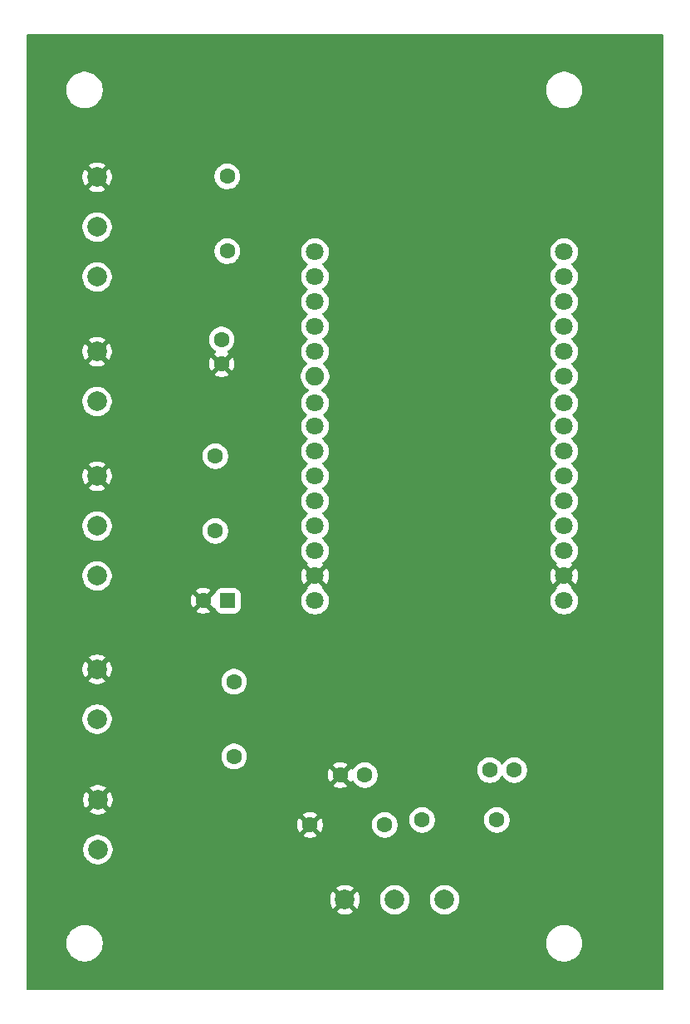
<source format=gbr>
%TF.GenerationSoftware,KiCad,Pcbnew,9.0.2*%
%TF.CreationDate,2025-07-10T18:37:29+01:00*%
%TF.ProjectId,Temperature-Controller,54656d70-6572-4617-9475-72652d436f6e,rev?*%
%TF.SameCoordinates,Original*%
%TF.FileFunction,Copper,L2,Bot*%
%TF.FilePolarity,Positive*%
%FSLAX46Y46*%
G04 Gerber Fmt 4.6, Leading zero omitted, Abs format (unit mm)*
G04 Created by KiCad (PCBNEW 9.0.2) date 2025-07-10 18:37:29*
%MOMM*%
%LPD*%
G01*
G04 APERTURE LIST*
G04 Aperture macros list*
%AMRoundRect*
0 Rectangle with rounded corners*
0 $1 Rounding radius*
0 $2 $3 $4 $5 $6 $7 $8 $9 X,Y pos of 4 corners*
0 Add a 4 corners polygon primitive as box body*
4,1,4,$2,$3,$4,$5,$6,$7,$8,$9,$2,$3,0*
0 Add four circle primitives for the rounded corners*
1,1,$1+$1,$2,$3*
1,1,$1+$1,$4,$5*
1,1,$1+$1,$6,$7*
1,1,$1+$1,$8,$9*
0 Add four rect primitives between the rounded corners*
20,1,$1+$1,$2,$3,$4,$5,0*
20,1,$1+$1,$4,$5,$6,$7,0*
20,1,$1+$1,$6,$7,$8,$9,0*
20,1,$1+$1,$8,$9,$2,$3,0*%
G04 Aperture macros list end*
%TA.AperFunction,ComponentPad*%
%ADD10C,2.000000*%
%TD*%
%TA.AperFunction,ComponentPad*%
%ADD11C,1.600000*%
%TD*%
%TA.AperFunction,ComponentPad*%
%ADD12RoundRect,0.250000X0.550000X0.550000X-0.550000X0.550000X-0.550000X-0.550000X0.550000X-0.550000X0*%
%TD*%
%TA.AperFunction,ComponentPad*%
%ADD13C,1.800000*%
%TD*%
%TA.AperFunction,ComponentPad*%
%ADD14C,1.900000*%
%TD*%
G04 APERTURE END LIST*
D10*
%TO.P,J2,1,Pin_1*%
%TO.N,GND*%
X168275000Y-81280000D03*
%TO.P,J2,2,Pin_2*%
%TO.N,/GPIO26*%
X168275000Y-86360000D03*
%TO.P,J2,3,Pin_3*%
%TO.N,+5V*%
X168275000Y-91440000D03*
%TD*%
D11*
%TO.P,C3,1*%
%TO.N,GND*%
X193080000Y-111760000D03*
%TO.P,C3,2*%
%TO.N,/GPIO33*%
X195580000Y-111760000D03*
%TD*%
D12*
%TO.P,C1,1*%
%TO.N,+5V*%
X181610000Y-93980000D03*
D11*
%TO.P,C1,2*%
%TO.N,GND*%
X179110000Y-93980000D03*
%TD*%
D13*
%TO.P,U1,1,EN*%
%TO.N,unconnected-(U1-EN-Pad1)*%
X190500000Y-58420000D03*
%TO.P,U1,2,Up*%
%TO.N,unconnected-(U1-Up-Pad2)*%
X190500000Y-60960000D03*
%TO.P,U1,3,UN*%
%TO.N,unconnected-(U1-UN-Pad3)*%
X190500000Y-63500000D03*
%TO.P,U1,4,GPIO34*%
%TO.N,unconnected-(U1-GPIO34-Pad4)*%
X190500000Y-66040000D03*
%TO.P,U1,5,GPIO35*%
%TO.N,unconnected-(U1-GPIO35-Pad5)*%
X190500000Y-68580000D03*
D14*
%TO.P,U1,6,GPIO32*%
%TO.N,unconnected-(U1-GPIO32-Pad6)*%
X190500000Y-71120000D03*
D13*
%TO.P,U1,7,GPIO33*%
%TO.N,/GPIO33*%
X190500000Y-73820000D03*
%TO.P,U1,8,GPIO25*%
%TO.N,/GPIO25*%
X190500000Y-76200000D03*
%TO.P,U1,9,GPIO26*%
%TO.N,/GPIO26*%
X190500000Y-81280000D03*
%TO.P,U1,10,GPIO27*%
%TO.N,/GPIO27*%
X190500000Y-78740000D03*
%TO.P,U1,11,GPIO14*%
%TO.N,unconnected-(U1-GPIO14-Pad11)*%
X190500000Y-83820000D03*
%TO.P,U1,12,GPIO12*%
%TO.N,unconnected-(U1-GPIO12-Pad12)*%
X190500000Y-86360000D03*
%TO.P,U1,13,GPIO13*%
%TO.N,unconnected-(U1-GPIO13-Pad13)*%
X190500000Y-88900000D03*
%TO.P,U1,14,GND1*%
%TO.N,GND*%
X190500000Y-91440000D03*
%TO.P,U1,15,VIN*%
%TO.N,+5V*%
X190500000Y-93980000D03*
%TO.P,U1,16,GPIO23*%
%TO.N,unconnected-(U1-GPIO23-Pad16)*%
X215900000Y-58420000D03*
%TO.P,U1,17,GPIO22*%
%TO.N,unconnected-(U1-GPIO22-Pad17)*%
X215900000Y-60960000D03*
%TO.P,U1,18,TX0*%
%TO.N,unconnected-(U1-TX0-Pad18)*%
X215900000Y-63500000D03*
%TO.P,U1,19,RX0*%
%TO.N,unconnected-(U1-RX0-Pad19)*%
X215900000Y-66040000D03*
%TO.P,U1,20,GPIO21*%
%TO.N,unconnected-(U1-GPIO21-Pad20)*%
X215900000Y-68580000D03*
%TO.P,U1,21,GPIO19*%
%TO.N,unconnected-(U1-GPIO19-Pad21)*%
X215900000Y-71120000D03*
%TO.P,U1,22,GPIO18*%
%TO.N,unconnected-(U1-GPIO18-Pad22)*%
X215900000Y-73820000D03*
%TO.P,U1,23,GPIO05*%
%TO.N,unconnected-(U1-GPIO05-Pad23)*%
X215900000Y-76200000D03*
%TO.P,U1,24,TX2*%
%TO.N,unconnected-(U1-TX2-Pad24)*%
X215900000Y-78740000D03*
%TO.P,U1,25,RX2*%
%TO.N,unconnected-(U1-RX2-Pad25)*%
X215900000Y-81280000D03*
%TO.P,U1,26,GPIO04*%
%TO.N,unconnected-(U1-GPIO04-Pad26)*%
X215900000Y-83820000D03*
%TO.P,U1,27,GPIO02*%
%TO.N,unconnected-(U1-GPIO02-Pad27)*%
X215900000Y-86360000D03*
%TO.P,U1,28,GPIO15*%
%TO.N,unconnected-(U1-GPIO15-Pad28)*%
X215900000Y-88900000D03*
%TO.P,U1,29,GND*%
%TO.N,GND*%
X215900000Y-91440000D03*
%TO.P,U1,30,+3V3*%
%TO.N,+3.3V*%
X215900000Y-93980000D03*
%TD*%
D11*
%TO.P,R2,1*%
%TO.N,Net-(J6-Pin_2)*%
X182245000Y-109855000D03*
%TO.P,R2,2*%
%TO.N,+5V*%
X182245000Y-102235000D03*
%TD*%
%TO.P,R1,1*%
%TO.N,Net-(J1-Pin_2)*%
X181550000Y-50730000D03*
%TO.P,R1,2*%
%TO.N,/GPIO25*%
X181550000Y-58350000D03*
%TD*%
%TO.P,C2,1*%
%TO.N,GND*%
X180975000Y-69850000D03*
%TO.P,C2,2*%
%TO.N,+5V*%
X180975000Y-67350000D03*
%TD*%
D10*
%TO.P,J3,1,Pin_1*%
%TO.N,GND*%
X168275000Y-68580000D03*
%TO.P,J3,2,Pin_2*%
%TO.N,/GPIO27*%
X168275000Y-73660000D03*
%TD*%
D11*
%TO.P,C5,1*%
%TO.N,/GPIO33*%
X208320000Y-111252000D03*
%TO.P,C5,2*%
%TO.N,+3.3V*%
X210820000Y-111252000D03*
%TD*%
%TO.P,R3,1*%
%TO.N,+5V*%
X180340000Y-79248000D03*
%TO.P,R3,2*%
%TO.N,/GPIO26*%
X180340000Y-86868000D03*
%TD*%
%TO.P,R4,1*%
%TO.N,/GPIO33*%
X197612000Y-116840000D03*
%TO.P,R4,2*%
%TO.N,GND*%
X189992000Y-116840000D03*
%TD*%
%TO.P,R5,1*%
%TO.N,+3.3V*%
X209042000Y-116332000D03*
%TO.P,R5,2*%
%TO.N,/GPIO33*%
X201422000Y-116332000D03*
%TD*%
D10*
%TO.P,J1,1,Pin_1*%
%TO.N,GND*%
X168275000Y-50800000D03*
%TO.P,J1,2,Pin_2*%
%TO.N,Net-(J1-Pin_2)*%
X168275000Y-55880000D03*
%TO.P,J1,3,Pin_3*%
%TO.N,+5V*%
X168275000Y-60960000D03*
%TD*%
%TO.P,J5,1,Pin_1*%
%TO.N,GND*%
X193548000Y-124460000D03*
%TO.P,J5,2,Pin_2*%
%TO.N,/GPIO33*%
X198628000Y-124460000D03*
%TO.P,J5,3,Pin_3*%
%TO.N,+3.3V*%
X203708000Y-124460000D03*
%TD*%
%TO.P,J4,1,Pin_1*%
%TO.N,GND*%
X168275000Y-100965000D03*
%TO.P,J4,2,Pin_2*%
%TO.N,+5V*%
X168275000Y-106045000D03*
%TD*%
%TO.P,J6,1,Pin_1*%
%TO.N,GND*%
X168350000Y-114270000D03*
%TO.P,J6,2,Pin_2*%
%TO.N,Net-(J6-Pin_2)*%
X168350000Y-119350000D03*
%TD*%
%TA.AperFunction,Conductor*%
%TO.N,GND*%
G36*
X225992539Y-36270185D02*
G01*
X226038294Y-36322989D01*
X226049500Y-36374500D01*
X226049500Y-133525500D01*
X226029815Y-133592539D01*
X225977011Y-133638294D01*
X225925500Y-133649500D01*
X161174500Y-133649500D01*
X161107461Y-133629815D01*
X161061706Y-133577011D01*
X161050500Y-133525500D01*
X161050500Y-128783711D01*
X165154500Y-128783711D01*
X165154500Y-129026288D01*
X165186161Y-129266785D01*
X165248947Y-129501104D01*
X165341773Y-129725205D01*
X165341776Y-129725212D01*
X165463064Y-129935289D01*
X165463066Y-129935292D01*
X165463067Y-129935293D01*
X165610733Y-130127736D01*
X165610739Y-130127743D01*
X165782256Y-130299260D01*
X165782262Y-130299265D01*
X165974711Y-130446936D01*
X166184788Y-130568224D01*
X166408900Y-130661054D01*
X166643211Y-130723838D01*
X166823586Y-130747584D01*
X166883711Y-130755500D01*
X166883712Y-130755500D01*
X167126289Y-130755500D01*
X167174388Y-130749167D01*
X167366789Y-130723838D01*
X167601100Y-130661054D01*
X167825212Y-130568224D01*
X168035289Y-130446936D01*
X168227738Y-130299265D01*
X168399265Y-130127738D01*
X168546936Y-129935289D01*
X168668224Y-129725212D01*
X168761054Y-129501100D01*
X168823838Y-129266789D01*
X168855500Y-129026288D01*
X168855500Y-128783712D01*
X168855500Y-128783711D01*
X214049500Y-128783711D01*
X214049500Y-129026288D01*
X214081161Y-129266785D01*
X214143947Y-129501104D01*
X214236773Y-129725205D01*
X214236776Y-129725212D01*
X214358064Y-129935289D01*
X214358066Y-129935292D01*
X214358067Y-129935293D01*
X214505733Y-130127736D01*
X214505739Y-130127743D01*
X214677256Y-130299260D01*
X214677262Y-130299265D01*
X214869711Y-130446936D01*
X215079788Y-130568224D01*
X215303900Y-130661054D01*
X215538211Y-130723838D01*
X215718586Y-130747584D01*
X215778711Y-130755500D01*
X215778712Y-130755500D01*
X216021289Y-130755500D01*
X216069388Y-130749167D01*
X216261789Y-130723838D01*
X216496100Y-130661054D01*
X216720212Y-130568224D01*
X216930289Y-130446936D01*
X217122738Y-130299265D01*
X217294265Y-130127738D01*
X217441936Y-129935289D01*
X217563224Y-129725212D01*
X217656054Y-129501100D01*
X217718838Y-129266789D01*
X217750500Y-129026288D01*
X217750500Y-128783712D01*
X217718838Y-128543211D01*
X217656054Y-128308900D01*
X217563224Y-128084788D01*
X217441936Y-127874711D01*
X217294265Y-127682262D01*
X217294260Y-127682256D01*
X217122743Y-127510739D01*
X217122736Y-127510733D01*
X216930293Y-127363067D01*
X216930292Y-127363066D01*
X216930289Y-127363064D01*
X216720212Y-127241776D01*
X216720205Y-127241773D01*
X216496104Y-127148947D01*
X216261785Y-127086161D01*
X216021289Y-127054500D01*
X216021288Y-127054500D01*
X215778712Y-127054500D01*
X215778711Y-127054500D01*
X215538214Y-127086161D01*
X215303895Y-127148947D01*
X215079794Y-127241773D01*
X215079785Y-127241777D01*
X214869706Y-127363067D01*
X214677263Y-127510733D01*
X214677256Y-127510739D01*
X214505739Y-127682256D01*
X214505733Y-127682263D01*
X214358067Y-127874706D01*
X214236777Y-128084785D01*
X214236773Y-128084794D01*
X214143947Y-128308895D01*
X214081161Y-128543214D01*
X214049500Y-128783711D01*
X168855500Y-128783711D01*
X168823838Y-128543211D01*
X168761054Y-128308900D01*
X168668224Y-128084788D01*
X168546936Y-127874711D01*
X168399265Y-127682262D01*
X168399260Y-127682256D01*
X168227743Y-127510739D01*
X168227736Y-127510733D01*
X168035293Y-127363067D01*
X168035292Y-127363066D01*
X168035289Y-127363064D01*
X167825212Y-127241776D01*
X167825205Y-127241773D01*
X167601104Y-127148947D01*
X167366785Y-127086161D01*
X167126289Y-127054500D01*
X167126288Y-127054500D01*
X166883712Y-127054500D01*
X166883711Y-127054500D01*
X166643214Y-127086161D01*
X166408895Y-127148947D01*
X166184794Y-127241773D01*
X166184785Y-127241777D01*
X165974706Y-127363067D01*
X165782263Y-127510733D01*
X165782256Y-127510739D01*
X165610739Y-127682256D01*
X165610733Y-127682263D01*
X165463067Y-127874706D01*
X165341777Y-128084785D01*
X165341773Y-128084794D01*
X165248947Y-128308895D01*
X165186161Y-128543214D01*
X165154500Y-128783711D01*
X161050500Y-128783711D01*
X161050500Y-124341947D01*
X192048000Y-124341947D01*
X192048000Y-124578052D01*
X192084934Y-124811247D01*
X192157897Y-125035802D01*
X192265087Y-125246174D01*
X192325338Y-125329104D01*
X192325340Y-125329105D01*
X193065037Y-124589408D01*
X193082075Y-124652993D01*
X193147901Y-124767007D01*
X193240993Y-124860099D01*
X193355007Y-124925925D01*
X193418590Y-124942962D01*
X192678893Y-125682658D01*
X192761828Y-125742914D01*
X192972197Y-125850102D01*
X193196752Y-125923065D01*
X193196751Y-125923065D01*
X193429948Y-125960000D01*
X193666052Y-125960000D01*
X193899247Y-125923065D01*
X194123802Y-125850102D01*
X194334163Y-125742918D01*
X194334169Y-125742914D01*
X194417104Y-125682658D01*
X194417105Y-125682658D01*
X193677408Y-124942962D01*
X193740993Y-124925925D01*
X193855007Y-124860099D01*
X193948099Y-124767007D01*
X194013925Y-124652993D01*
X194030962Y-124589408D01*
X194770658Y-125329105D01*
X194770658Y-125329104D01*
X194830914Y-125246169D01*
X194830918Y-125246163D01*
X194938102Y-125035802D01*
X195011065Y-124811247D01*
X195048000Y-124578052D01*
X195048000Y-124341947D01*
X195047993Y-124341902D01*
X197127500Y-124341902D01*
X197127500Y-124578097D01*
X197164446Y-124811368D01*
X197237433Y-125035996D01*
X197344519Y-125246163D01*
X197344657Y-125246433D01*
X197483483Y-125437510D01*
X197650490Y-125604517D01*
X197841567Y-125743343D01*
X197940991Y-125794002D01*
X198052003Y-125850566D01*
X198052005Y-125850566D01*
X198052008Y-125850568D01*
X198172412Y-125889689D01*
X198276631Y-125923553D01*
X198509903Y-125960500D01*
X198509908Y-125960500D01*
X198746097Y-125960500D01*
X198979368Y-125923553D01*
X198980870Y-125923065D01*
X199203992Y-125850568D01*
X199414433Y-125743343D01*
X199605510Y-125604517D01*
X199772517Y-125437510D01*
X199911343Y-125246433D01*
X200018568Y-125035992D01*
X200091553Y-124811368D01*
X200116637Y-124652993D01*
X200128500Y-124578097D01*
X200128500Y-124341902D01*
X202207500Y-124341902D01*
X202207500Y-124578097D01*
X202244446Y-124811368D01*
X202317433Y-125035996D01*
X202424519Y-125246163D01*
X202424657Y-125246433D01*
X202563483Y-125437510D01*
X202730490Y-125604517D01*
X202921567Y-125743343D01*
X203020991Y-125794002D01*
X203132003Y-125850566D01*
X203132005Y-125850566D01*
X203132008Y-125850568D01*
X203252412Y-125889689D01*
X203356631Y-125923553D01*
X203589903Y-125960500D01*
X203589908Y-125960500D01*
X203826097Y-125960500D01*
X204059368Y-125923553D01*
X204060870Y-125923065D01*
X204283992Y-125850568D01*
X204494433Y-125743343D01*
X204685510Y-125604517D01*
X204852517Y-125437510D01*
X204991343Y-125246433D01*
X205098568Y-125035992D01*
X205171553Y-124811368D01*
X205196637Y-124652993D01*
X205208500Y-124578097D01*
X205208500Y-124341902D01*
X205171553Y-124108631D01*
X205098566Y-123884003D01*
X204991477Y-123673830D01*
X204991343Y-123673567D01*
X204852517Y-123482490D01*
X204685510Y-123315483D01*
X204494433Y-123176657D01*
X204283996Y-123069433D01*
X204059368Y-122996446D01*
X203826097Y-122959500D01*
X203826092Y-122959500D01*
X203589908Y-122959500D01*
X203589903Y-122959500D01*
X203356631Y-122996446D01*
X203132003Y-123069433D01*
X202921566Y-123176657D01*
X202838047Y-123237338D01*
X202730490Y-123315483D01*
X202730488Y-123315485D01*
X202730487Y-123315485D01*
X202563485Y-123482487D01*
X202563485Y-123482488D01*
X202563483Y-123482490D01*
X202503862Y-123564550D01*
X202424657Y-123673566D01*
X202317433Y-123884003D01*
X202244446Y-124108631D01*
X202207500Y-124341902D01*
X200128500Y-124341902D01*
X200091553Y-124108631D01*
X200018566Y-123884003D01*
X199911477Y-123673830D01*
X199911343Y-123673567D01*
X199772517Y-123482490D01*
X199605510Y-123315483D01*
X199414433Y-123176657D01*
X199203996Y-123069433D01*
X198979368Y-122996446D01*
X198746097Y-122959500D01*
X198746092Y-122959500D01*
X198509908Y-122959500D01*
X198509903Y-122959500D01*
X198276631Y-122996446D01*
X198052003Y-123069433D01*
X197841566Y-123176657D01*
X197758047Y-123237338D01*
X197650490Y-123315483D01*
X197650488Y-123315485D01*
X197650487Y-123315485D01*
X197483485Y-123482487D01*
X197483485Y-123482488D01*
X197483483Y-123482490D01*
X197423862Y-123564550D01*
X197344657Y-123673566D01*
X197237433Y-123884003D01*
X197164446Y-124108631D01*
X197127500Y-124341902D01*
X195047993Y-124341902D01*
X195011065Y-124108752D01*
X194938102Y-123884197D01*
X194830914Y-123673828D01*
X194770658Y-123590894D01*
X194770658Y-123590893D01*
X194030962Y-124330590D01*
X194013925Y-124267007D01*
X193948099Y-124152993D01*
X193855007Y-124059901D01*
X193740993Y-123994075D01*
X193677409Y-123977037D01*
X194417105Y-123237340D01*
X194417104Y-123237338D01*
X194334174Y-123177087D01*
X194123802Y-123069897D01*
X193899247Y-122996934D01*
X193899248Y-122996934D01*
X193666052Y-122960000D01*
X193429948Y-122960000D01*
X193196752Y-122996934D01*
X192972197Y-123069897D01*
X192761830Y-123177084D01*
X192678894Y-123237340D01*
X193418591Y-123977037D01*
X193355007Y-123994075D01*
X193240993Y-124059901D01*
X193147901Y-124152993D01*
X193082075Y-124267007D01*
X193065037Y-124330590D01*
X192325340Y-123590894D01*
X192265084Y-123673830D01*
X192157897Y-123884197D01*
X192084934Y-124108752D01*
X192048000Y-124341947D01*
X161050500Y-124341947D01*
X161050500Y-119231902D01*
X166849500Y-119231902D01*
X166849500Y-119468097D01*
X166886446Y-119701368D01*
X166959433Y-119925996D01*
X167066657Y-120136433D01*
X167205483Y-120327510D01*
X167372490Y-120494517D01*
X167563567Y-120633343D01*
X167662991Y-120684002D01*
X167774003Y-120740566D01*
X167774005Y-120740566D01*
X167774008Y-120740568D01*
X167894412Y-120779689D01*
X167998631Y-120813553D01*
X168231903Y-120850500D01*
X168231908Y-120850500D01*
X168468097Y-120850500D01*
X168701368Y-120813553D01*
X168925992Y-120740568D01*
X169136433Y-120633343D01*
X169327510Y-120494517D01*
X169494517Y-120327510D01*
X169633343Y-120136433D01*
X169740568Y-119925992D01*
X169813553Y-119701368D01*
X169850500Y-119468097D01*
X169850500Y-119231902D01*
X169813553Y-118998631D01*
X169740566Y-118774003D01*
X169633342Y-118563566D01*
X169494517Y-118372490D01*
X169327510Y-118205483D01*
X169136433Y-118066657D01*
X168970768Y-117982246D01*
X168925996Y-117959433D01*
X168701368Y-117886446D01*
X168468097Y-117849500D01*
X168468092Y-117849500D01*
X168231908Y-117849500D01*
X168231903Y-117849500D01*
X167998631Y-117886446D01*
X167774003Y-117959433D01*
X167563566Y-118066657D01*
X167462619Y-118140000D01*
X167372490Y-118205483D01*
X167372488Y-118205485D01*
X167372487Y-118205485D01*
X167205485Y-118372487D01*
X167205485Y-118372488D01*
X167205483Y-118372490D01*
X167145862Y-118454550D01*
X167066657Y-118563566D01*
X166959433Y-118774003D01*
X166886446Y-118998631D01*
X166849500Y-119231902D01*
X161050500Y-119231902D01*
X161050500Y-116737682D01*
X188692000Y-116737682D01*
X188692000Y-116942317D01*
X188724009Y-117144417D01*
X188787244Y-117339031D01*
X188880141Y-117521350D01*
X188880147Y-117521359D01*
X188912523Y-117565921D01*
X188912524Y-117565922D01*
X189592000Y-116886446D01*
X189592000Y-116892661D01*
X189619259Y-116994394D01*
X189671920Y-117085606D01*
X189746394Y-117160080D01*
X189837606Y-117212741D01*
X189939339Y-117240000D01*
X189945553Y-117240000D01*
X189266076Y-117919474D01*
X189310650Y-117951859D01*
X189492968Y-118044755D01*
X189687582Y-118107990D01*
X189889683Y-118140000D01*
X190094317Y-118140000D01*
X190296417Y-118107990D01*
X190491031Y-118044755D01*
X190673349Y-117951859D01*
X190717921Y-117919474D01*
X190038447Y-117240000D01*
X190044661Y-117240000D01*
X190146394Y-117212741D01*
X190237606Y-117160080D01*
X190312080Y-117085606D01*
X190364741Y-116994394D01*
X190392000Y-116892661D01*
X190392000Y-116886447D01*
X191071474Y-117565921D01*
X191103859Y-117521349D01*
X191196755Y-117339031D01*
X191259990Y-117144417D01*
X191292000Y-116942317D01*
X191292000Y-116737682D01*
X191291995Y-116737648D01*
X196311500Y-116737648D01*
X196311500Y-116942351D01*
X196343522Y-117144534D01*
X196406781Y-117339223D01*
X196460313Y-117444284D01*
X196499585Y-117521359D01*
X196499715Y-117521613D01*
X196620028Y-117687213D01*
X196764786Y-117831971D01*
X196885226Y-117919474D01*
X196930390Y-117952287D01*
X197046607Y-118011503D01*
X197112776Y-118045218D01*
X197112778Y-118045218D01*
X197112781Y-118045220D01*
X197217137Y-118079127D01*
X197307465Y-118108477D01*
X197408557Y-118124488D01*
X197509648Y-118140500D01*
X197509649Y-118140500D01*
X197714351Y-118140500D01*
X197714352Y-118140500D01*
X197916534Y-118108477D01*
X198111219Y-118045220D01*
X198293610Y-117952287D01*
X198386590Y-117884732D01*
X198459213Y-117831971D01*
X198459215Y-117831968D01*
X198459219Y-117831966D01*
X198603966Y-117687219D01*
X198603968Y-117687215D01*
X198603971Y-117687213D01*
X198666987Y-117600477D01*
X198724287Y-117521610D01*
X198817220Y-117339219D01*
X198880477Y-117144534D01*
X198912500Y-116942352D01*
X198912500Y-116737648D01*
X198896485Y-116636534D01*
X198880477Y-116535465D01*
X198847623Y-116434351D01*
X198817220Y-116340781D01*
X198817218Y-116340778D01*
X198817218Y-116340776D01*
X198786796Y-116281071D01*
X198760595Y-116229648D01*
X200121500Y-116229648D01*
X200121500Y-116434351D01*
X200153522Y-116636534D01*
X200216781Y-116831223D01*
X200309715Y-117013613D01*
X200430028Y-117179213D01*
X200574786Y-117323971D01*
X200729749Y-117436556D01*
X200740390Y-117444287D01*
X200856607Y-117503503D01*
X200922776Y-117537218D01*
X200922778Y-117537218D01*
X200922781Y-117537220D01*
X201011114Y-117565921D01*
X201117465Y-117600477D01*
X201218557Y-117616488D01*
X201319648Y-117632500D01*
X201319649Y-117632500D01*
X201524351Y-117632500D01*
X201524352Y-117632500D01*
X201726534Y-117600477D01*
X201921219Y-117537220D01*
X202103610Y-117444287D01*
X202196590Y-117376732D01*
X202269213Y-117323971D01*
X202269215Y-117323968D01*
X202269219Y-117323966D01*
X202413966Y-117179219D01*
X202413968Y-117179215D01*
X202413971Y-117179213D01*
X202481979Y-117085606D01*
X202534287Y-117013610D01*
X202627220Y-116831219D01*
X202690477Y-116636534D01*
X202722500Y-116434352D01*
X202722500Y-116229648D01*
X207741500Y-116229648D01*
X207741500Y-116434351D01*
X207773522Y-116636534D01*
X207836781Y-116831223D01*
X207929715Y-117013613D01*
X208050028Y-117179213D01*
X208194786Y-117323971D01*
X208349749Y-117436556D01*
X208360390Y-117444287D01*
X208476607Y-117503503D01*
X208542776Y-117537218D01*
X208542778Y-117537218D01*
X208542781Y-117537220D01*
X208631114Y-117565921D01*
X208737465Y-117600477D01*
X208838557Y-117616488D01*
X208939648Y-117632500D01*
X208939649Y-117632500D01*
X209144351Y-117632500D01*
X209144352Y-117632500D01*
X209346534Y-117600477D01*
X209541219Y-117537220D01*
X209723610Y-117444287D01*
X209816590Y-117376732D01*
X209889213Y-117323971D01*
X209889215Y-117323968D01*
X209889219Y-117323966D01*
X210033966Y-117179219D01*
X210033968Y-117179215D01*
X210033971Y-117179213D01*
X210101979Y-117085606D01*
X210154287Y-117013610D01*
X210247220Y-116831219D01*
X210310477Y-116636534D01*
X210342500Y-116434352D01*
X210342500Y-116229648D01*
X210310477Y-116027466D01*
X210247220Y-115832781D01*
X210247218Y-115832778D01*
X210247218Y-115832776D01*
X210193685Y-115727713D01*
X210154287Y-115650390D01*
X210143283Y-115635244D01*
X210033971Y-115484786D01*
X209889213Y-115340028D01*
X209723613Y-115219715D01*
X209723612Y-115219714D01*
X209723610Y-115219713D01*
X209666653Y-115190691D01*
X209541223Y-115126781D01*
X209346534Y-115063522D01*
X209171995Y-115035878D01*
X209144352Y-115031500D01*
X208939648Y-115031500D01*
X208915329Y-115035351D01*
X208737465Y-115063522D01*
X208542776Y-115126781D01*
X208360386Y-115219715D01*
X208194786Y-115340028D01*
X208050028Y-115484786D01*
X207929715Y-115650386D01*
X207836781Y-115832776D01*
X207773522Y-116027465D01*
X207741500Y-116229648D01*
X202722500Y-116229648D01*
X202690477Y-116027466D01*
X202627220Y-115832781D01*
X202627218Y-115832778D01*
X202627218Y-115832776D01*
X202573685Y-115727713D01*
X202534287Y-115650390D01*
X202523283Y-115635244D01*
X202413971Y-115484786D01*
X202269213Y-115340028D01*
X202103613Y-115219715D01*
X202103612Y-115219714D01*
X202103610Y-115219713D01*
X202046653Y-115190691D01*
X201921223Y-115126781D01*
X201726534Y-115063522D01*
X201551995Y-115035878D01*
X201524352Y-115031500D01*
X201319648Y-115031500D01*
X201295329Y-115035351D01*
X201117465Y-115063522D01*
X200922776Y-115126781D01*
X200740386Y-115219715D01*
X200574786Y-115340028D01*
X200430028Y-115484786D01*
X200309715Y-115650386D01*
X200216781Y-115832776D01*
X200153522Y-116027465D01*
X200121500Y-116229648D01*
X198760595Y-116229648D01*
X198724284Y-116158385D01*
X198603971Y-115992786D01*
X198459213Y-115848028D01*
X198293613Y-115727715D01*
X198293612Y-115727714D01*
X198293610Y-115727713D01*
X198219304Y-115689852D01*
X198111223Y-115634781D01*
X197916534Y-115571522D01*
X197741995Y-115543878D01*
X197714352Y-115539500D01*
X197509648Y-115539500D01*
X197485329Y-115543351D01*
X197307465Y-115571522D01*
X197112776Y-115634781D01*
X196930386Y-115727715D01*
X196764786Y-115848028D01*
X196620028Y-115992786D01*
X196499715Y-116158386D01*
X196406781Y-116340776D01*
X196343522Y-116535465D01*
X196311500Y-116737648D01*
X191291995Y-116737648D01*
X191259990Y-116535582D01*
X191196755Y-116340968D01*
X191103859Y-116158650D01*
X191071474Y-116114077D01*
X191071474Y-116114076D01*
X190392000Y-116793551D01*
X190392000Y-116787339D01*
X190364741Y-116685606D01*
X190312080Y-116594394D01*
X190237606Y-116519920D01*
X190146394Y-116467259D01*
X190044661Y-116440000D01*
X190038446Y-116440000D01*
X190717922Y-115760524D01*
X190717921Y-115760523D01*
X190673359Y-115728147D01*
X190673350Y-115728141D01*
X190491031Y-115635244D01*
X190296417Y-115572009D01*
X190094317Y-115540000D01*
X189889683Y-115540000D01*
X189687582Y-115572009D01*
X189492968Y-115635244D01*
X189310644Y-115728143D01*
X189266077Y-115760523D01*
X189266077Y-115760524D01*
X189945554Y-116440000D01*
X189939339Y-116440000D01*
X189837606Y-116467259D01*
X189746394Y-116519920D01*
X189671920Y-116594394D01*
X189619259Y-116685606D01*
X189592000Y-116787339D01*
X189592000Y-116793553D01*
X188912524Y-116114077D01*
X188912523Y-116114077D01*
X188880143Y-116158644D01*
X188787244Y-116340968D01*
X188724009Y-116535582D01*
X188692000Y-116737682D01*
X161050500Y-116737682D01*
X161050500Y-114151947D01*
X166850000Y-114151947D01*
X166850000Y-114388052D01*
X166886934Y-114621247D01*
X166959897Y-114845802D01*
X167067087Y-115056174D01*
X167127338Y-115139104D01*
X167127340Y-115139105D01*
X167867037Y-114399408D01*
X167884075Y-114462993D01*
X167949901Y-114577007D01*
X168042993Y-114670099D01*
X168157007Y-114735925D01*
X168220590Y-114752962D01*
X167480893Y-115492658D01*
X167563828Y-115552914D01*
X167774197Y-115660102D01*
X167998752Y-115733065D01*
X167998751Y-115733065D01*
X168231948Y-115770000D01*
X168468052Y-115770000D01*
X168701247Y-115733065D01*
X168834245Y-115689852D01*
X168925802Y-115660102D01*
X169136163Y-115552918D01*
X169136169Y-115552914D01*
X169219104Y-115492658D01*
X169219105Y-115492658D01*
X168479408Y-114752962D01*
X168542993Y-114735925D01*
X168657007Y-114670099D01*
X168750099Y-114577007D01*
X168815925Y-114462993D01*
X168832962Y-114399409D01*
X169572658Y-115139105D01*
X169572658Y-115139104D01*
X169632914Y-115056169D01*
X169632918Y-115056163D01*
X169740102Y-114845802D01*
X169813065Y-114621247D01*
X169850000Y-114388052D01*
X169850000Y-114151947D01*
X169813065Y-113918752D01*
X169740102Y-113694197D01*
X169632914Y-113483828D01*
X169572658Y-113400894D01*
X169572658Y-113400893D01*
X168832962Y-114140590D01*
X168815925Y-114077007D01*
X168750099Y-113962993D01*
X168657007Y-113869901D01*
X168542993Y-113804075D01*
X168479409Y-113787037D01*
X169219105Y-113047340D01*
X169219104Y-113047338D01*
X169136174Y-112987087D01*
X168970556Y-112902700D01*
X168925802Y-112879897D01*
X168701247Y-112806934D01*
X168701248Y-112806934D01*
X168468052Y-112770000D01*
X168231948Y-112770000D01*
X167998752Y-112806934D01*
X167774197Y-112879897D01*
X167563830Y-112987084D01*
X167480894Y-113047340D01*
X168220591Y-113787037D01*
X168157007Y-113804075D01*
X168042993Y-113869901D01*
X167949901Y-113962993D01*
X167884075Y-114077007D01*
X167867037Y-114140590D01*
X167127340Y-113400894D01*
X167067084Y-113483830D01*
X166959897Y-113694197D01*
X166886934Y-113918752D01*
X166850000Y-114151947D01*
X161050500Y-114151947D01*
X161050500Y-111657682D01*
X191780000Y-111657682D01*
X191780000Y-111862317D01*
X191812009Y-112064417D01*
X191875244Y-112259031D01*
X191968141Y-112441350D01*
X191968147Y-112441359D01*
X192000523Y-112485921D01*
X192000524Y-112485922D01*
X192680000Y-111806446D01*
X192680000Y-111812661D01*
X192707259Y-111914394D01*
X192759920Y-112005606D01*
X192834394Y-112080080D01*
X192925606Y-112132741D01*
X193027339Y-112160000D01*
X193033553Y-112160000D01*
X192354076Y-112839474D01*
X192398650Y-112871859D01*
X192580968Y-112964755D01*
X192775582Y-113027990D01*
X192977683Y-113060000D01*
X193182317Y-113060000D01*
X193384417Y-113027990D01*
X193579031Y-112964755D01*
X193761349Y-112871859D01*
X193805921Y-112839474D01*
X193126447Y-112160000D01*
X193132661Y-112160000D01*
X193234394Y-112132741D01*
X193325606Y-112080080D01*
X193400080Y-112005606D01*
X193452741Y-111914394D01*
X193480000Y-111812661D01*
X193480000Y-111806447D01*
X194159474Y-112485921D01*
X194191859Y-112441349D01*
X194219233Y-112387624D01*
X194267207Y-112336827D01*
X194335028Y-112320031D01*
X194401163Y-112342567D01*
X194440203Y-112387621D01*
X194467713Y-112441611D01*
X194588028Y-112607213D01*
X194732786Y-112751971D01*
X194853226Y-112839474D01*
X194898390Y-112872287D01*
X195014607Y-112931503D01*
X195080776Y-112965218D01*
X195080778Y-112965218D01*
X195080781Y-112965220D01*
X195148081Y-112987087D01*
X195275465Y-113028477D01*
X195376557Y-113044488D01*
X195477648Y-113060500D01*
X195477649Y-113060500D01*
X195682351Y-113060500D01*
X195682352Y-113060500D01*
X195884534Y-113028477D01*
X196079219Y-112965220D01*
X196261610Y-112872287D01*
X196354590Y-112804732D01*
X196427213Y-112751971D01*
X196427215Y-112751968D01*
X196427219Y-112751966D01*
X196571966Y-112607219D01*
X196571968Y-112607215D01*
X196571971Y-112607213D01*
X196634987Y-112520477D01*
X196692287Y-112441610D01*
X196785220Y-112259219D01*
X196848477Y-112064534D01*
X196880500Y-111862352D01*
X196880500Y-111657648D01*
X196864485Y-111556534D01*
X196848477Y-111455465D01*
X196815623Y-111354351D01*
X196785220Y-111260781D01*
X196785218Y-111260778D01*
X196785218Y-111260776D01*
X196754796Y-111201071D01*
X196742750Y-111177429D01*
X196728595Y-111149648D01*
X207019500Y-111149648D01*
X207019500Y-111354351D01*
X207051522Y-111556534D01*
X207114781Y-111751223D01*
X207207715Y-111933613D01*
X207328028Y-112099213D01*
X207472786Y-112243971D01*
X207577476Y-112320031D01*
X207638390Y-112364287D01*
X207754607Y-112423503D01*
X207820776Y-112457218D01*
X207820778Y-112457218D01*
X207820781Y-112457220D01*
X207909114Y-112485921D01*
X208015465Y-112520477D01*
X208116557Y-112536488D01*
X208217648Y-112552500D01*
X208217649Y-112552500D01*
X208422351Y-112552500D01*
X208422352Y-112552500D01*
X208624534Y-112520477D01*
X208819219Y-112457220D01*
X209001610Y-112364287D01*
X209094590Y-112296732D01*
X209167213Y-112243971D01*
X209167215Y-112243968D01*
X209167219Y-112243966D01*
X209311966Y-112099219D01*
X209311968Y-112099215D01*
X209311971Y-112099213D01*
X209379979Y-112005606D01*
X209432287Y-111933610D01*
X209459515Y-111880171D01*
X209507490Y-111829376D01*
X209575311Y-111812581D01*
X209641446Y-111835118D01*
X209680485Y-111880172D01*
X209707715Y-111933613D01*
X209828028Y-112099213D01*
X209972786Y-112243971D01*
X210077476Y-112320031D01*
X210138390Y-112364287D01*
X210254607Y-112423503D01*
X210320776Y-112457218D01*
X210320778Y-112457218D01*
X210320781Y-112457220D01*
X210409114Y-112485921D01*
X210515465Y-112520477D01*
X210616557Y-112536488D01*
X210717648Y-112552500D01*
X210717649Y-112552500D01*
X210922351Y-112552500D01*
X210922352Y-112552500D01*
X211124534Y-112520477D01*
X211319219Y-112457220D01*
X211501610Y-112364287D01*
X211594590Y-112296732D01*
X211667213Y-112243971D01*
X211667215Y-112243968D01*
X211667219Y-112243966D01*
X211811966Y-112099219D01*
X211811968Y-112099215D01*
X211811971Y-112099213D01*
X211879979Y-112005606D01*
X211932287Y-111933610D01*
X212025220Y-111751219D01*
X212088477Y-111556534D01*
X212120500Y-111354352D01*
X212120500Y-111149648D01*
X212106336Y-111060220D01*
X212088477Y-110947465D01*
X212025218Y-110752776D01*
X211982470Y-110668880D01*
X211932287Y-110570390D01*
X211921283Y-110555244D01*
X211811971Y-110404786D01*
X211667213Y-110260028D01*
X211501613Y-110139715D01*
X211501612Y-110139714D01*
X211501610Y-110139713D01*
X211444653Y-110110691D01*
X211319223Y-110046781D01*
X211124534Y-109983522D01*
X210949995Y-109955878D01*
X210922352Y-109951500D01*
X210717648Y-109951500D01*
X210693329Y-109955351D01*
X210515465Y-109983522D01*
X210320776Y-110046781D01*
X210138386Y-110139715D01*
X209972786Y-110260028D01*
X209828028Y-110404786D01*
X209707713Y-110570388D01*
X209680484Y-110623828D01*
X209632510Y-110674623D01*
X209564688Y-110691418D01*
X209498554Y-110668880D01*
X209459516Y-110623828D01*
X209432286Y-110570388D01*
X209311971Y-110404786D01*
X209167213Y-110260028D01*
X209001613Y-110139715D01*
X209001612Y-110139714D01*
X209001610Y-110139713D01*
X208944653Y-110110691D01*
X208819223Y-110046781D01*
X208624534Y-109983522D01*
X208449995Y-109955878D01*
X208422352Y-109951500D01*
X208217648Y-109951500D01*
X208193329Y-109955351D01*
X208015465Y-109983522D01*
X207820776Y-110046781D01*
X207638386Y-110139715D01*
X207472786Y-110260028D01*
X207328028Y-110404786D01*
X207207715Y-110570386D01*
X207114781Y-110752776D01*
X207051522Y-110947465D01*
X207019500Y-111149648D01*
X196728595Y-111149648D01*
X196692287Y-111078390D01*
X196692285Y-111078387D01*
X196692284Y-111078385D01*
X196571971Y-110912786D01*
X196427213Y-110768028D01*
X196261613Y-110647715D01*
X196261612Y-110647714D01*
X196261610Y-110647713D01*
X196204653Y-110618691D01*
X196079223Y-110554781D01*
X195884534Y-110491522D01*
X195709995Y-110463878D01*
X195682352Y-110459500D01*
X195477648Y-110459500D01*
X195453329Y-110463351D01*
X195275465Y-110491522D01*
X195080776Y-110554781D01*
X194898386Y-110647715D01*
X194732786Y-110768028D01*
X194588028Y-110912786D01*
X194467714Y-111078386D01*
X194440203Y-111132379D01*
X194392227Y-111183174D01*
X194324406Y-111199968D01*
X194258272Y-111177429D01*
X194219234Y-111132376D01*
X194191861Y-111078652D01*
X194159474Y-111034077D01*
X194159474Y-111034076D01*
X193480000Y-111713551D01*
X193480000Y-111707339D01*
X193452741Y-111605606D01*
X193400080Y-111514394D01*
X193325606Y-111439920D01*
X193234394Y-111387259D01*
X193132661Y-111360000D01*
X193126446Y-111360000D01*
X193805922Y-110680524D01*
X193805921Y-110680523D01*
X193761359Y-110648147D01*
X193761350Y-110648141D01*
X193579031Y-110555244D01*
X193384417Y-110492009D01*
X193182317Y-110460000D01*
X192977683Y-110460000D01*
X192775582Y-110492009D01*
X192580968Y-110555244D01*
X192398644Y-110648143D01*
X192354077Y-110680523D01*
X192354077Y-110680524D01*
X193033554Y-111360000D01*
X193027339Y-111360000D01*
X192925606Y-111387259D01*
X192834394Y-111439920D01*
X192759920Y-111514394D01*
X192707259Y-111605606D01*
X192680000Y-111707339D01*
X192680000Y-111713553D01*
X192000524Y-111034077D01*
X192000523Y-111034077D01*
X191968143Y-111078644D01*
X191875244Y-111260968D01*
X191812009Y-111455582D01*
X191780000Y-111657682D01*
X161050500Y-111657682D01*
X161050500Y-109752648D01*
X180944500Y-109752648D01*
X180944500Y-109957351D01*
X180976522Y-110159534D01*
X181039781Y-110354223D01*
X181065545Y-110404786D01*
X181109739Y-110491522D01*
X181132715Y-110536613D01*
X181253028Y-110702213D01*
X181397786Y-110846971D01*
X181552749Y-110959556D01*
X181563390Y-110967287D01*
X181679607Y-111026503D01*
X181745776Y-111060218D01*
X181745778Y-111060218D01*
X181745781Y-111060220D01*
X181802509Y-111078652D01*
X181940465Y-111123477D01*
X181996651Y-111132376D01*
X182142648Y-111155500D01*
X182142649Y-111155500D01*
X182347351Y-111155500D01*
X182347352Y-111155500D01*
X182549534Y-111123477D01*
X182744219Y-111060220D01*
X182926610Y-110967287D01*
X183032163Y-110890599D01*
X183092213Y-110846971D01*
X183092215Y-110846968D01*
X183092219Y-110846966D01*
X183236966Y-110702219D01*
X183357287Y-110536610D01*
X183450220Y-110354219D01*
X183513477Y-110159534D01*
X183545500Y-109957352D01*
X183545500Y-109752648D01*
X183513477Y-109550466D01*
X183450220Y-109355781D01*
X183450218Y-109355778D01*
X183450218Y-109355776D01*
X183416503Y-109289607D01*
X183357287Y-109173390D01*
X183349556Y-109162749D01*
X183236971Y-109007786D01*
X183092213Y-108863028D01*
X182926613Y-108742715D01*
X182926612Y-108742714D01*
X182926610Y-108742713D01*
X182869653Y-108713691D01*
X182744223Y-108649781D01*
X182549534Y-108586522D01*
X182374995Y-108558878D01*
X182347352Y-108554500D01*
X182142648Y-108554500D01*
X182118329Y-108558351D01*
X181940465Y-108586522D01*
X181745776Y-108649781D01*
X181563386Y-108742715D01*
X181397786Y-108863028D01*
X181253028Y-109007786D01*
X181132715Y-109173386D01*
X181039781Y-109355776D01*
X180976522Y-109550465D01*
X180944500Y-109752648D01*
X161050500Y-109752648D01*
X161050500Y-105926902D01*
X166774500Y-105926902D01*
X166774500Y-106163097D01*
X166811446Y-106396368D01*
X166884433Y-106620996D01*
X166991657Y-106831433D01*
X167130483Y-107022510D01*
X167297490Y-107189517D01*
X167488567Y-107328343D01*
X167587991Y-107379002D01*
X167699003Y-107435566D01*
X167699005Y-107435566D01*
X167699008Y-107435568D01*
X167819412Y-107474689D01*
X167923631Y-107508553D01*
X168156903Y-107545500D01*
X168156908Y-107545500D01*
X168393097Y-107545500D01*
X168626368Y-107508553D01*
X168850992Y-107435568D01*
X169061433Y-107328343D01*
X169252510Y-107189517D01*
X169419517Y-107022510D01*
X169558343Y-106831433D01*
X169665568Y-106620992D01*
X169738553Y-106396368D01*
X169775500Y-106163097D01*
X169775500Y-105926902D01*
X169738553Y-105693631D01*
X169665566Y-105469003D01*
X169558342Y-105258566D01*
X169419517Y-105067490D01*
X169252510Y-104900483D01*
X169061433Y-104761657D01*
X168850996Y-104654433D01*
X168626368Y-104581446D01*
X168393097Y-104544500D01*
X168393092Y-104544500D01*
X168156908Y-104544500D01*
X168156903Y-104544500D01*
X167923631Y-104581446D01*
X167699003Y-104654433D01*
X167488566Y-104761657D01*
X167379550Y-104840862D01*
X167297490Y-104900483D01*
X167297488Y-104900485D01*
X167297487Y-104900485D01*
X167130485Y-105067487D01*
X167130485Y-105067488D01*
X167130483Y-105067490D01*
X167070862Y-105149550D01*
X166991657Y-105258566D01*
X166884433Y-105469003D01*
X166811446Y-105693631D01*
X166774500Y-105926902D01*
X161050500Y-105926902D01*
X161050500Y-100846947D01*
X166775000Y-100846947D01*
X166775000Y-101083052D01*
X166811934Y-101316247D01*
X166884897Y-101540802D01*
X166992087Y-101751174D01*
X167052338Y-101834104D01*
X167052340Y-101834105D01*
X167792037Y-101094408D01*
X167809075Y-101157993D01*
X167874901Y-101272007D01*
X167967993Y-101365099D01*
X168082007Y-101430925D01*
X168145590Y-101447962D01*
X167405893Y-102187658D01*
X167488828Y-102247914D01*
X167699197Y-102355102D01*
X167923752Y-102428065D01*
X167923751Y-102428065D01*
X168156948Y-102465000D01*
X168393052Y-102465000D01*
X168626247Y-102428065D01*
X168850802Y-102355102D01*
X169061163Y-102247918D01*
X169061169Y-102247914D01*
X169144104Y-102187658D01*
X169144105Y-102187658D01*
X169089095Y-102132648D01*
X180944500Y-102132648D01*
X180944500Y-102337351D01*
X180976522Y-102539534D01*
X181039781Y-102734223D01*
X181132715Y-102916613D01*
X181253028Y-103082213D01*
X181397786Y-103226971D01*
X181552749Y-103339556D01*
X181563390Y-103347287D01*
X181679607Y-103406503D01*
X181745776Y-103440218D01*
X181745778Y-103440218D01*
X181745781Y-103440220D01*
X181850137Y-103474127D01*
X181940465Y-103503477D01*
X182041557Y-103519488D01*
X182142648Y-103535500D01*
X182142649Y-103535500D01*
X182347351Y-103535500D01*
X182347352Y-103535500D01*
X182549534Y-103503477D01*
X182744219Y-103440220D01*
X182926610Y-103347287D01*
X183019590Y-103279732D01*
X183092213Y-103226971D01*
X183092215Y-103226968D01*
X183092219Y-103226966D01*
X183236966Y-103082219D01*
X183236968Y-103082215D01*
X183236971Y-103082213D01*
X183289732Y-103009590D01*
X183357287Y-102916610D01*
X183450220Y-102734219D01*
X183513477Y-102539534D01*
X183545500Y-102337352D01*
X183545500Y-102132648D01*
X183513477Y-101930466D01*
X183450220Y-101735781D01*
X183450218Y-101735778D01*
X183450218Y-101735776D01*
X183416503Y-101669607D01*
X183357287Y-101553390D01*
X183348141Y-101540802D01*
X183236971Y-101387786D01*
X183092213Y-101243028D01*
X182926613Y-101122715D01*
X182926612Y-101122714D01*
X182926610Y-101122713D01*
X182848771Y-101083052D01*
X182744223Y-101029781D01*
X182549534Y-100966522D01*
X182374995Y-100938878D01*
X182347352Y-100934500D01*
X182142648Y-100934500D01*
X182118329Y-100938351D01*
X181940465Y-100966522D01*
X181745776Y-101029781D01*
X181563386Y-101122715D01*
X181397786Y-101243028D01*
X181253028Y-101387786D01*
X181132715Y-101553386D01*
X181039781Y-101735776D01*
X180976522Y-101930465D01*
X180944500Y-102132648D01*
X169089095Y-102132648D01*
X168404408Y-101447962D01*
X168467993Y-101430925D01*
X168582007Y-101365099D01*
X168675099Y-101272007D01*
X168740925Y-101157993D01*
X168757962Y-101094408D01*
X169497658Y-101834105D01*
X169497658Y-101834104D01*
X169557914Y-101751169D01*
X169557918Y-101751163D01*
X169665102Y-101540802D01*
X169738065Y-101316247D01*
X169775000Y-101083052D01*
X169775000Y-100846947D01*
X169738065Y-100613752D01*
X169665102Y-100389197D01*
X169557914Y-100178828D01*
X169497658Y-100095894D01*
X169497658Y-100095893D01*
X168757962Y-100835590D01*
X168740925Y-100772007D01*
X168675099Y-100657993D01*
X168582007Y-100564901D01*
X168467993Y-100499075D01*
X168404409Y-100482037D01*
X169144105Y-99742340D01*
X169144104Y-99742338D01*
X169061174Y-99682087D01*
X168850802Y-99574897D01*
X168626247Y-99501934D01*
X168626248Y-99501934D01*
X168393052Y-99465000D01*
X168156948Y-99465000D01*
X167923752Y-99501934D01*
X167699197Y-99574897D01*
X167488830Y-99682084D01*
X167405894Y-99742340D01*
X168145591Y-100482037D01*
X168082007Y-100499075D01*
X167967993Y-100564901D01*
X167874901Y-100657993D01*
X167809075Y-100772007D01*
X167792037Y-100835591D01*
X167052340Y-100095894D01*
X166992084Y-100178830D01*
X166884897Y-100389197D01*
X166811934Y-100613752D01*
X166775000Y-100846947D01*
X161050500Y-100846947D01*
X161050500Y-93877682D01*
X177810000Y-93877682D01*
X177810000Y-94082317D01*
X177842009Y-94284417D01*
X177905244Y-94479031D01*
X177998141Y-94661350D01*
X177998147Y-94661359D01*
X178030523Y-94705921D01*
X178030524Y-94705922D01*
X178710000Y-94026446D01*
X178710000Y-94032661D01*
X178737259Y-94134394D01*
X178789920Y-94225606D01*
X178864394Y-94300080D01*
X178955606Y-94352741D01*
X179057339Y-94380000D01*
X179063553Y-94380000D01*
X178384076Y-95059474D01*
X178428650Y-95091859D01*
X178610968Y-95184755D01*
X178805582Y-95247990D01*
X179007683Y-95280000D01*
X179212317Y-95280000D01*
X179414417Y-95247990D01*
X179609031Y-95184755D01*
X179791349Y-95091859D01*
X179835921Y-95059474D01*
X179156447Y-94380000D01*
X179162661Y-94380000D01*
X179264394Y-94352741D01*
X179355606Y-94300080D01*
X179430080Y-94225606D01*
X179482741Y-94134394D01*
X179510000Y-94032661D01*
X179510000Y-94026448D01*
X180189473Y-94705921D01*
X180227280Y-94702946D01*
X180295658Y-94717310D01*
X180345415Y-94766361D01*
X180354714Y-94787556D01*
X180375186Y-94849334D01*
X180467288Y-94998656D01*
X180591344Y-95122712D01*
X180740666Y-95214814D01*
X180907203Y-95269999D01*
X181009991Y-95280500D01*
X182210008Y-95280499D01*
X182312797Y-95269999D01*
X182479334Y-95214814D01*
X182628656Y-95122712D01*
X182752712Y-94998656D01*
X182844814Y-94849334D01*
X182899999Y-94682797D01*
X182910500Y-94580009D01*
X182910499Y-93379992D01*
X182899999Y-93277203D01*
X182844814Y-93110666D01*
X182752712Y-92961344D01*
X182628656Y-92837288D01*
X182479334Y-92745186D01*
X182312797Y-92690001D01*
X182312795Y-92690000D01*
X182210010Y-92679500D01*
X181009998Y-92679500D01*
X181009981Y-92679501D01*
X180907203Y-92690000D01*
X180907200Y-92690001D01*
X180740668Y-92745185D01*
X180740663Y-92745187D01*
X180591342Y-92837289D01*
X180467289Y-92961342D01*
X180375187Y-93110663D01*
X180375185Y-93110668D01*
X180354717Y-93172438D01*
X180314944Y-93229883D01*
X180250428Y-93256706D01*
X180227283Y-93257052D01*
X180189474Y-93254076D01*
X179510000Y-93933551D01*
X179510000Y-93927339D01*
X179482741Y-93825606D01*
X179430080Y-93734394D01*
X179355606Y-93659920D01*
X179264394Y-93607259D01*
X179162661Y-93580000D01*
X179156446Y-93580000D01*
X179835922Y-92900524D01*
X179835921Y-92900523D01*
X179791359Y-92868147D01*
X179791350Y-92868141D01*
X179609031Y-92775244D01*
X179414417Y-92712009D01*
X179212317Y-92680000D01*
X179007683Y-92680000D01*
X178805582Y-92712009D01*
X178610968Y-92775244D01*
X178428644Y-92868143D01*
X178384077Y-92900523D01*
X178384077Y-92900524D01*
X179063554Y-93580000D01*
X179057339Y-93580000D01*
X178955606Y-93607259D01*
X178864394Y-93659920D01*
X178789920Y-93734394D01*
X178737259Y-93825606D01*
X178710000Y-93927339D01*
X178710000Y-93933553D01*
X178030524Y-93254077D01*
X178030523Y-93254077D01*
X177998143Y-93298644D01*
X177905244Y-93480968D01*
X177842009Y-93675582D01*
X177810000Y-93877682D01*
X161050500Y-93877682D01*
X161050500Y-91321902D01*
X166774500Y-91321902D01*
X166774500Y-91558097D01*
X166811446Y-91791368D01*
X166884433Y-92015996D01*
X166964819Y-92173760D01*
X166991657Y-92226433D01*
X167130483Y-92417510D01*
X167297490Y-92584517D01*
X167488567Y-92723343D01*
X167587991Y-92774002D01*
X167699003Y-92830566D01*
X167699005Y-92830566D01*
X167699008Y-92830568D01*
X167814645Y-92868141D01*
X167923631Y-92903553D01*
X168156903Y-92940500D01*
X168156908Y-92940500D01*
X168393097Y-92940500D01*
X168626368Y-92903553D01*
X168635693Y-92900523D01*
X168850992Y-92830568D01*
X169061433Y-92723343D01*
X169252510Y-92584517D01*
X169419517Y-92417510D01*
X169558343Y-92226433D01*
X169665568Y-92015992D01*
X169738553Y-91791368D01*
X169742280Y-91767835D01*
X169775500Y-91558097D01*
X169775500Y-91321902D01*
X169738553Y-91088631D01*
X169665566Y-90864003D01*
X169585183Y-90706243D01*
X169558343Y-90653567D01*
X169419517Y-90462490D01*
X169252510Y-90295483D01*
X169061433Y-90156657D01*
X168999929Y-90125319D01*
X168850996Y-90049433D01*
X168626368Y-89976446D01*
X168393097Y-89939500D01*
X168393092Y-89939500D01*
X168156908Y-89939500D01*
X168156903Y-89939500D01*
X167923631Y-89976446D01*
X167699003Y-90049433D01*
X167488566Y-90156657D01*
X167407855Y-90215298D01*
X167297490Y-90295483D01*
X167297488Y-90295485D01*
X167297487Y-90295485D01*
X167130485Y-90462487D01*
X167130485Y-90462488D01*
X167130483Y-90462490D01*
X167070862Y-90544550D01*
X166991657Y-90653566D01*
X166884433Y-90864003D01*
X166811446Y-91088631D01*
X166774500Y-91321902D01*
X161050500Y-91321902D01*
X161050500Y-86241902D01*
X166774500Y-86241902D01*
X166774500Y-86478097D01*
X166811446Y-86711368D01*
X166884433Y-86935996D01*
X166964952Y-87094022D01*
X166991657Y-87146433D01*
X167130483Y-87337510D01*
X167297490Y-87504517D01*
X167488567Y-87643343D01*
X167550676Y-87674989D01*
X167699003Y-87750566D01*
X167699005Y-87750566D01*
X167699008Y-87750568D01*
X167819412Y-87789689D01*
X167923631Y-87823553D01*
X168156903Y-87860500D01*
X168156908Y-87860500D01*
X168393097Y-87860500D01*
X168626368Y-87823553D01*
X168850992Y-87750568D01*
X169061433Y-87643343D01*
X169252510Y-87504517D01*
X169419517Y-87337510D01*
X169558343Y-87146433D01*
X169665568Y-86935992D01*
X169720916Y-86765648D01*
X179039500Y-86765648D01*
X179039500Y-86970351D01*
X179071522Y-87172534D01*
X179134781Y-87367223D01*
X179165873Y-87428243D01*
X179204735Y-87504514D01*
X179227715Y-87549613D01*
X179348028Y-87715213D01*
X179492786Y-87859971D01*
X179647749Y-87972556D01*
X179658390Y-87980287D01*
X179774607Y-88039503D01*
X179840776Y-88073218D01*
X179840778Y-88073218D01*
X179840781Y-88073220D01*
X179945137Y-88107127D01*
X180035465Y-88136477D01*
X180136557Y-88152488D01*
X180237648Y-88168500D01*
X180237649Y-88168500D01*
X180442351Y-88168500D01*
X180442352Y-88168500D01*
X180644534Y-88136477D01*
X180839219Y-88073220D01*
X181021610Y-87980287D01*
X181114590Y-87912732D01*
X181187213Y-87859971D01*
X181187215Y-87859968D01*
X181187219Y-87859966D01*
X181331966Y-87715219D01*
X181331968Y-87715215D01*
X181331971Y-87715213D01*
X181393881Y-87630000D01*
X181452287Y-87549610D01*
X181545220Y-87367219D01*
X181608477Y-87172534D01*
X181640500Y-86970352D01*
X181640500Y-86765648D01*
X181608477Y-86563466D01*
X181545220Y-86368781D01*
X181545218Y-86368778D01*
X181545218Y-86368776D01*
X181511503Y-86302607D01*
X181452287Y-86186390D01*
X181444556Y-86175749D01*
X181331971Y-86020786D01*
X181187213Y-85876028D01*
X181021613Y-85755715D01*
X181021612Y-85755714D01*
X181021610Y-85755713D01*
X180964653Y-85726691D01*
X180839223Y-85662781D01*
X180644534Y-85599522D01*
X180469995Y-85571878D01*
X180442352Y-85567500D01*
X180237648Y-85567500D01*
X180213329Y-85571351D01*
X180035465Y-85599522D01*
X179840776Y-85662781D01*
X179658386Y-85755715D01*
X179492786Y-85876028D01*
X179348028Y-86020786D01*
X179227715Y-86186386D01*
X179134781Y-86368776D01*
X179071522Y-86563465D01*
X179039500Y-86765648D01*
X169720916Y-86765648D01*
X169738553Y-86711368D01*
X169761978Y-86563466D01*
X169775500Y-86478097D01*
X169775500Y-86241902D01*
X169738553Y-86008631D01*
X169665566Y-85784003D01*
X169603799Y-85662780D01*
X169558343Y-85573567D01*
X169419517Y-85382490D01*
X169252510Y-85215483D01*
X169061433Y-85076657D01*
X169039291Y-85065375D01*
X168850996Y-84969433D01*
X168626368Y-84896446D01*
X168393097Y-84859500D01*
X168393092Y-84859500D01*
X168156908Y-84859500D01*
X168156903Y-84859500D01*
X167923631Y-84896446D01*
X167699003Y-84969433D01*
X167488566Y-85076657D01*
X167408280Y-85134989D01*
X167297490Y-85215483D01*
X167297488Y-85215485D01*
X167297487Y-85215485D01*
X167130485Y-85382487D01*
X167130485Y-85382488D01*
X167130483Y-85382490D01*
X167083152Y-85447635D01*
X166991657Y-85573566D01*
X166884433Y-85784003D01*
X166811446Y-86008631D01*
X166774500Y-86241902D01*
X161050500Y-86241902D01*
X161050500Y-81161947D01*
X166775000Y-81161947D01*
X166775000Y-81398052D01*
X166811934Y-81631247D01*
X166884897Y-81855802D01*
X166992087Y-82066174D01*
X167052338Y-82149104D01*
X167052340Y-82149105D01*
X167792037Y-81409408D01*
X167809075Y-81472993D01*
X167874901Y-81587007D01*
X167967993Y-81680099D01*
X168082007Y-81745925D01*
X168145590Y-81762962D01*
X167405893Y-82502658D01*
X167488828Y-82562914D01*
X167699197Y-82670102D01*
X167923752Y-82743065D01*
X167923751Y-82743065D01*
X168156948Y-82780000D01*
X168393052Y-82780000D01*
X168626247Y-82743065D01*
X168850802Y-82670102D01*
X169061163Y-82562918D01*
X169061169Y-82562914D01*
X169144104Y-82502658D01*
X169144105Y-82502658D01*
X168404408Y-81762962D01*
X168467993Y-81745925D01*
X168582007Y-81680099D01*
X168675099Y-81587007D01*
X168740925Y-81472993D01*
X168757962Y-81409408D01*
X169497658Y-82149105D01*
X169497658Y-82149104D01*
X169557914Y-82066169D01*
X169557918Y-82066163D01*
X169665102Y-81855802D01*
X169738065Y-81631247D01*
X169775000Y-81398052D01*
X169775000Y-81161947D01*
X169738065Y-80928752D01*
X169665102Y-80704197D01*
X169557914Y-80493828D01*
X169497658Y-80410894D01*
X169497658Y-80410893D01*
X168757962Y-81150590D01*
X168740925Y-81087007D01*
X168675099Y-80972993D01*
X168582007Y-80879901D01*
X168467993Y-80814075D01*
X168404409Y-80797037D01*
X169144105Y-80057340D01*
X169144104Y-80057338D01*
X169061174Y-79997087D01*
X168850802Y-79889897D01*
X168626247Y-79816934D01*
X168626248Y-79816934D01*
X168393052Y-79780000D01*
X168156948Y-79780000D01*
X167923752Y-79816934D01*
X167699197Y-79889897D01*
X167488830Y-79997084D01*
X167405894Y-80057340D01*
X168145591Y-80797037D01*
X168082007Y-80814075D01*
X167967993Y-80879901D01*
X167874901Y-80972993D01*
X167809075Y-81087007D01*
X167792037Y-81150591D01*
X167052340Y-80410894D01*
X166992084Y-80493830D01*
X166884897Y-80704197D01*
X166811934Y-80928752D01*
X166775000Y-81161947D01*
X161050500Y-81161947D01*
X161050500Y-79145648D01*
X179039500Y-79145648D01*
X179039500Y-79350351D01*
X179071522Y-79552534D01*
X179134781Y-79747223D01*
X179227715Y-79929613D01*
X179348028Y-80095213D01*
X179492786Y-80239971D01*
X179647749Y-80352556D01*
X179658390Y-80360287D01*
X179757710Y-80410893D01*
X179840776Y-80453218D01*
X179840778Y-80453218D01*
X179840781Y-80453220D01*
X179945137Y-80487127D01*
X180035465Y-80516477D01*
X180136557Y-80532488D01*
X180237648Y-80548500D01*
X180237649Y-80548500D01*
X180442351Y-80548500D01*
X180442352Y-80548500D01*
X180644534Y-80516477D01*
X180839219Y-80453220D01*
X181021610Y-80360287D01*
X181114590Y-80292732D01*
X181187213Y-80239971D01*
X181187215Y-80239968D01*
X181187219Y-80239966D01*
X181331966Y-80095219D01*
X181331968Y-80095215D01*
X181331971Y-80095213D01*
X181403262Y-79997087D01*
X181452287Y-79929610D01*
X181545220Y-79747219D01*
X181608477Y-79552534D01*
X181640500Y-79350352D01*
X181640500Y-79145648D01*
X181608477Y-78943466D01*
X181545220Y-78748781D01*
X181545218Y-78748778D01*
X181545218Y-78748776D01*
X181511503Y-78682607D01*
X181452287Y-78566390D01*
X181444556Y-78555749D01*
X181331971Y-78400786D01*
X181187213Y-78256028D01*
X181021613Y-78135715D01*
X181021612Y-78135714D01*
X181021610Y-78135713D01*
X180964653Y-78106691D01*
X180839223Y-78042781D01*
X180644534Y-77979522D01*
X180469995Y-77951878D01*
X180442352Y-77947500D01*
X180237648Y-77947500D01*
X180213329Y-77951351D01*
X180035465Y-77979522D01*
X179840776Y-78042781D01*
X179658386Y-78135715D01*
X179492786Y-78256028D01*
X179348028Y-78400786D01*
X179227715Y-78566386D01*
X179134781Y-78748776D01*
X179071522Y-78943465D01*
X179039500Y-79145648D01*
X161050500Y-79145648D01*
X161050500Y-73541902D01*
X166774500Y-73541902D01*
X166774500Y-73778097D01*
X166811446Y-74011368D01*
X166884433Y-74235996D01*
X166946397Y-74357606D01*
X166991657Y-74446433D01*
X167130483Y-74637510D01*
X167297490Y-74804517D01*
X167488567Y-74943343D01*
X167587991Y-74994002D01*
X167699003Y-75050566D01*
X167699005Y-75050566D01*
X167699008Y-75050568D01*
X167819412Y-75089689D01*
X167923631Y-75123553D01*
X168156903Y-75160500D01*
X168156908Y-75160500D01*
X168393097Y-75160500D01*
X168626368Y-75123553D01*
X168709871Y-75096421D01*
X168850992Y-75050568D01*
X169061433Y-74943343D01*
X169252510Y-74804517D01*
X169419517Y-74637510D01*
X169558343Y-74446433D01*
X169665568Y-74235992D01*
X169738553Y-74011368D01*
X169751405Y-73930222D01*
X169775500Y-73778097D01*
X169775500Y-73541902D01*
X169738553Y-73308631D01*
X169666208Y-73085978D01*
X169665568Y-73084008D01*
X169665566Y-73084005D01*
X169665566Y-73084003D01*
X169609002Y-72972991D01*
X169558343Y-72873567D01*
X169419517Y-72682490D01*
X169252510Y-72515483D01*
X169061433Y-72376657D01*
X169027790Y-72359515D01*
X168850996Y-72269433D01*
X168626368Y-72196446D01*
X168393097Y-72159500D01*
X168393092Y-72159500D01*
X168156908Y-72159500D01*
X168156903Y-72159500D01*
X167923631Y-72196446D01*
X167699003Y-72269433D01*
X167488566Y-72376657D01*
X167379550Y-72455862D01*
X167297490Y-72515483D01*
X167297488Y-72515485D01*
X167297487Y-72515485D01*
X167130485Y-72682487D01*
X167130485Y-72682488D01*
X167130483Y-72682490D01*
X167080161Y-72751752D01*
X166991657Y-72873566D01*
X166884433Y-73084003D01*
X166811446Y-73308631D01*
X166774500Y-73541902D01*
X161050500Y-73541902D01*
X161050500Y-68461947D01*
X166775000Y-68461947D01*
X166775000Y-68698052D01*
X166811934Y-68931247D01*
X166884897Y-69155802D01*
X166992087Y-69366174D01*
X167052338Y-69449104D01*
X167052340Y-69449105D01*
X167792037Y-68709408D01*
X167809075Y-68772993D01*
X167874901Y-68887007D01*
X167967993Y-68980099D01*
X168082007Y-69045925D01*
X168145590Y-69062962D01*
X167405893Y-69802658D01*
X167488828Y-69862914D01*
X167699197Y-69970102D01*
X167923752Y-70043065D01*
X167923751Y-70043065D01*
X168156948Y-70080000D01*
X168393052Y-70080000D01*
X168626247Y-70043065D01*
X168850802Y-69970102D01*
X169061163Y-69862918D01*
X169061169Y-69862914D01*
X169144104Y-69802658D01*
X169144105Y-69802658D01*
X168404408Y-69062962D01*
X168467993Y-69045925D01*
X168582007Y-68980099D01*
X168675099Y-68887007D01*
X168740925Y-68772993D01*
X168757962Y-68709408D01*
X169497658Y-69449105D01*
X169497658Y-69449104D01*
X169557914Y-69366169D01*
X169557918Y-69366163D01*
X169665102Y-69155802D01*
X169738065Y-68931247D01*
X169775000Y-68698052D01*
X169775000Y-68461947D01*
X169738065Y-68228752D01*
X169665102Y-68004197D01*
X169557914Y-67793828D01*
X169497658Y-67710894D01*
X169497658Y-67710893D01*
X168757962Y-68450590D01*
X168740925Y-68387007D01*
X168675099Y-68272993D01*
X168582007Y-68179901D01*
X168467993Y-68114075D01*
X168404409Y-68097037D01*
X169144105Y-67357340D01*
X169144104Y-67357339D01*
X169124498Y-67343094D01*
X169061174Y-67297087D01*
X168964145Y-67247648D01*
X179674500Y-67247648D01*
X179674500Y-67452351D01*
X179706522Y-67654534D01*
X179769781Y-67849223D01*
X179833691Y-67974653D01*
X179848745Y-68004197D01*
X179862715Y-68031613D01*
X179983028Y-68197213D01*
X180127786Y-68341971D01*
X180293385Y-68462284D01*
X180293387Y-68462285D01*
X180293390Y-68462287D01*
X180347378Y-68489795D01*
X180398174Y-68537769D01*
X180414969Y-68605590D01*
X180392432Y-68671725D01*
X180347378Y-68710765D01*
X180293644Y-68738143D01*
X180249077Y-68770523D01*
X180249077Y-68770524D01*
X180928554Y-69450000D01*
X180922339Y-69450000D01*
X180820606Y-69477259D01*
X180729394Y-69529920D01*
X180654920Y-69604394D01*
X180602259Y-69695606D01*
X180575000Y-69797339D01*
X180575000Y-69803553D01*
X179895524Y-69124077D01*
X179895523Y-69124077D01*
X179863143Y-69168644D01*
X179770244Y-69350968D01*
X179707009Y-69545582D01*
X179675000Y-69747682D01*
X179675000Y-69952317D01*
X179707009Y-70154417D01*
X179770244Y-70349031D01*
X179863141Y-70531350D01*
X179863147Y-70531359D01*
X179895523Y-70575921D01*
X179895524Y-70575922D01*
X180575000Y-69896446D01*
X180575000Y-69902661D01*
X180602259Y-70004394D01*
X180654920Y-70095606D01*
X180729394Y-70170080D01*
X180820606Y-70222741D01*
X180922339Y-70250000D01*
X180928553Y-70250000D01*
X180249076Y-70929474D01*
X180293650Y-70961859D01*
X180475968Y-71054755D01*
X180670582Y-71117990D01*
X180872683Y-71150000D01*
X181077317Y-71150000D01*
X181279417Y-71117990D01*
X181474031Y-71054755D01*
X181570038Y-71005837D01*
X189049500Y-71005837D01*
X189049500Y-71234162D01*
X189085215Y-71459660D01*
X189155770Y-71676803D01*
X189246068Y-71854022D01*
X189259421Y-71880228D01*
X189393621Y-72064937D01*
X189555063Y-72226379D01*
X189739772Y-72360579D01*
X189771327Y-72376657D01*
X189792751Y-72387573D01*
X189843547Y-72435548D01*
X189860342Y-72503369D01*
X189837805Y-72569503D01*
X189792753Y-72608542D01*
X189765974Y-72622186D01*
X189587641Y-72751752D01*
X189587636Y-72751756D01*
X189431756Y-72907636D01*
X189431752Y-72907641D01*
X189302187Y-73085974D01*
X189202104Y-73282393D01*
X189202103Y-73282396D01*
X189133985Y-73492047D01*
X189099500Y-73709778D01*
X189099500Y-73930221D01*
X189133985Y-74147952D01*
X189202103Y-74357603D01*
X189202104Y-74357606D01*
X189302187Y-74554025D01*
X189431752Y-74732358D01*
X189431756Y-74732363D01*
X189587636Y-74888243D01*
X189617144Y-74909682D01*
X189659809Y-74965012D01*
X189665788Y-75034626D01*
X189633182Y-75096421D01*
X189617144Y-75110318D01*
X189587636Y-75131756D01*
X189431756Y-75287636D01*
X189431752Y-75287641D01*
X189302187Y-75465974D01*
X189202104Y-75662393D01*
X189202103Y-75662396D01*
X189133985Y-75872047D01*
X189099500Y-76089778D01*
X189099500Y-76310221D01*
X189133985Y-76527952D01*
X189202103Y-76737603D01*
X189202104Y-76737606D01*
X189302187Y-76934025D01*
X189431752Y-77112358D01*
X189431756Y-77112363D01*
X189587636Y-77268243D01*
X189587641Y-77268247D01*
X189727254Y-77369682D01*
X189769920Y-77425012D01*
X189775899Y-77494625D01*
X189743293Y-77556420D01*
X189727254Y-77570318D01*
X189587641Y-77671752D01*
X189587636Y-77671756D01*
X189431756Y-77827636D01*
X189431752Y-77827641D01*
X189302187Y-78005974D01*
X189202104Y-78202393D01*
X189202103Y-78202396D01*
X189133985Y-78412047D01*
X189099500Y-78629778D01*
X189099500Y-78850221D01*
X189133985Y-79067952D01*
X189202103Y-79277603D01*
X189202104Y-79277606D01*
X189302187Y-79474025D01*
X189431752Y-79652358D01*
X189431756Y-79652363D01*
X189587636Y-79808243D01*
X189587641Y-79808247D01*
X189727254Y-79909682D01*
X189769920Y-79965012D01*
X189775899Y-80034625D01*
X189743293Y-80096420D01*
X189727254Y-80110318D01*
X189587641Y-80211752D01*
X189587636Y-80211756D01*
X189431756Y-80367636D01*
X189431752Y-80367641D01*
X189302187Y-80545974D01*
X189202104Y-80742393D01*
X189202103Y-80742396D01*
X189133985Y-80952047D01*
X189099500Y-81169778D01*
X189099500Y-81390221D01*
X189133985Y-81607952D01*
X189202103Y-81817603D01*
X189202104Y-81817606D01*
X189302187Y-82014025D01*
X189431752Y-82192358D01*
X189431756Y-82192363D01*
X189587636Y-82348243D01*
X189587641Y-82348247D01*
X189727254Y-82449682D01*
X189769920Y-82505012D01*
X189775899Y-82574625D01*
X189743293Y-82636420D01*
X189727254Y-82650318D01*
X189587641Y-82751752D01*
X189587636Y-82751756D01*
X189431756Y-82907636D01*
X189431752Y-82907641D01*
X189302187Y-83085974D01*
X189202104Y-83282393D01*
X189202103Y-83282396D01*
X189133985Y-83492047D01*
X189099500Y-83709778D01*
X189099500Y-83930221D01*
X189133985Y-84147952D01*
X189202103Y-84357603D01*
X189202104Y-84357606D01*
X189302187Y-84554025D01*
X189431752Y-84732358D01*
X189431756Y-84732363D01*
X189587636Y-84888243D01*
X189587641Y-84888247D01*
X189727254Y-84989682D01*
X189769920Y-85045012D01*
X189775899Y-85114625D01*
X189743293Y-85176420D01*
X189727254Y-85190318D01*
X189587641Y-85291752D01*
X189587636Y-85291756D01*
X189431756Y-85447636D01*
X189431752Y-85447641D01*
X189302187Y-85625974D01*
X189202104Y-85822393D01*
X189202103Y-85822396D01*
X189133985Y-86032047D01*
X189133985Y-86032049D01*
X189099500Y-86249778D01*
X189099500Y-86470222D01*
X189100747Y-86478097D01*
X189133985Y-86687952D01*
X189202103Y-86897603D01*
X189202104Y-86897606D01*
X189302187Y-87094025D01*
X189431752Y-87272358D01*
X189431756Y-87272363D01*
X189587636Y-87428243D01*
X189587641Y-87428247D01*
X189727254Y-87529682D01*
X189769920Y-87585012D01*
X189775899Y-87654625D01*
X189743293Y-87716420D01*
X189727254Y-87730318D01*
X189587641Y-87831752D01*
X189587636Y-87831756D01*
X189431756Y-87987636D01*
X189431752Y-87987641D01*
X189302187Y-88165974D01*
X189202104Y-88362393D01*
X189202103Y-88362396D01*
X189133985Y-88572047D01*
X189099500Y-88789778D01*
X189099500Y-89010221D01*
X189133985Y-89227952D01*
X189202103Y-89437603D01*
X189202104Y-89437606D01*
X189302187Y-89634025D01*
X189431752Y-89812358D01*
X189431756Y-89812363D01*
X189587640Y-89968247D01*
X189727679Y-90069990D01*
X189770345Y-90125319D01*
X189776324Y-90194933D01*
X189743719Y-90256728D01*
X189727679Y-90270626D01*
X189702485Y-90288930D01*
X189702485Y-90288932D01*
X190453553Y-91040000D01*
X190447339Y-91040000D01*
X190345606Y-91067259D01*
X190254394Y-91119920D01*
X190179920Y-91194394D01*
X190127259Y-91285606D01*
X190100000Y-91387339D01*
X190100000Y-91393553D01*
X189348932Y-90642485D01*
X189348931Y-90642485D01*
X189302616Y-90706233D01*
X189202567Y-90902589D01*
X189134473Y-91112164D01*
X189100000Y-91329818D01*
X189100000Y-91550181D01*
X189134473Y-91767835D01*
X189202567Y-91977410D01*
X189302611Y-92173756D01*
X189348932Y-92237513D01*
X190100000Y-91486445D01*
X190100000Y-91492661D01*
X190127259Y-91594394D01*
X190179920Y-91685606D01*
X190254394Y-91760080D01*
X190345606Y-91812741D01*
X190447339Y-91840000D01*
X190453553Y-91840000D01*
X189702485Y-92591065D01*
X189702485Y-92591066D01*
X189727680Y-92609371D01*
X189770346Y-92664701D01*
X189776325Y-92734314D01*
X189743720Y-92796110D01*
X189727681Y-92810008D01*
X189587636Y-92911756D01*
X189431756Y-93067636D01*
X189431752Y-93067641D01*
X189302187Y-93245974D01*
X189202104Y-93442393D01*
X189202103Y-93442396D01*
X189133985Y-93652047D01*
X189099500Y-93869778D01*
X189099500Y-94090221D01*
X189133985Y-94307952D01*
X189202103Y-94517603D01*
X189202104Y-94517606D01*
X189270122Y-94651096D01*
X189298057Y-94705921D01*
X189302187Y-94714025D01*
X189431752Y-94892358D01*
X189431756Y-94892363D01*
X189587636Y-95048243D01*
X189587641Y-95048247D01*
X189743192Y-95161260D01*
X189765978Y-95177815D01*
X189894375Y-95243237D01*
X189962393Y-95277895D01*
X189962396Y-95277896D01*
X190067221Y-95311955D01*
X190172049Y-95346015D01*
X190389778Y-95380500D01*
X190389779Y-95380500D01*
X190610221Y-95380500D01*
X190610222Y-95380500D01*
X190827951Y-95346015D01*
X191037606Y-95277895D01*
X191234022Y-95177815D01*
X191412365Y-95048242D01*
X191568242Y-94892365D01*
X191697815Y-94714022D01*
X191797895Y-94517606D01*
X191866015Y-94307951D01*
X191900500Y-94090222D01*
X191900500Y-93869778D01*
X191866015Y-93652049D01*
X191797895Y-93442394D01*
X191797895Y-93442393D01*
X191763237Y-93374375D01*
X191697815Y-93245978D01*
X191681260Y-93223192D01*
X191568247Y-93067641D01*
X191568243Y-93067636D01*
X191412363Y-92911756D01*
X191412358Y-92911752D01*
X191272319Y-92810008D01*
X191229653Y-92754678D01*
X191223674Y-92685065D01*
X191256279Y-92623270D01*
X191272319Y-92609372D01*
X191297513Y-92591066D01*
X191297514Y-92591066D01*
X190546447Y-91840000D01*
X190552661Y-91840000D01*
X190654394Y-91812741D01*
X190745606Y-91760080D01*
X190820080Y-91685606D01*
X190872741Y-91594394D01*
X190900000Y-91492661D01*
X190900000Y-91486447D01*
X191651066Y-92237514D01*
X191651066Y-92237513D01*
X191697386Y-92173760D01*
X191797432Y-91977410D01*
X191865526Y-91767835D01*
X191900000Y-91550181D01*
X191900000Y-91329818D01*
X191865526Y-91112164D01*
X191797432Y-90902589D01*
X191697388Y-90706243D01*
X191651066Y-90642485D01*
X191651065Y-90642485D01*
X190900000Y-91393551D01*
X190900000Y-91387339D01*
X190872741Y-91285606D01*
X190820080Y-91194394D01*
X190745606Y-91119920D01*
X190654394Y-91067259D01*
X190552661Y-91040000D01*
X190546445Y-91040000D01*
X191297513Y-90288932D01*
X191272319Y-90270628D01*
X191229653Y-90215298D01*
X191223674Y-90145685D01*
X191256279Y-90083889D01*
X191272313Y-90069994D01*
X191412365Y-89968242D01*
X191568242Y-89812365D01*
X191697815Y-89634022D01*
X191797895Y-89437606D01*
X191866015Y-89227951D01*
X191900500Y-89010222D01*
X191900500Y-88789778D01*
X191866015Y-88572049D01*
X191797895Y-88362394D01*
X191797895Y-88362393D01*
X191763237Y-88294375D01*
X191697815Y-88165978D01*
X191630423Y-88073220D01*
X191568247Y-87987641D01*
X191568243Y-87987636D01*
X191412363Y-87831756D01*
X191412358Y-87831752D01*
X191272745Y-87730318D01*
X191230079Y-87674989D01*
X191224100Y-87605375D01*
X191256705Y-87543580D01*
X191272745Y-87529682D01*
X191412358Y-87428247D01*
X191412356Y-87428247D01*
X191412365Y-87428242D01*
X191568242Y-87272365D01*
X191697815Y-87094022D01*
X191797895Y-86897606D01*
X191866015Y-86687951D01*
X191900500Y-86470222D01*
X191900500Y-86249778D01*
X191866015Y-86032049D01*
X191831955Y-85927221D01*
X191797896Y-85822396D01*
X191797895Y-85822393D01*
X191716567Y-85662781D01*
X191697815Y-85625978D01*
X191678594Y-85599522D01*
X191568247Y-85447641D01*
X191568243Y-85447636D01*
X191412363Y-85291756D01*
X191412358Y-85291752D01*
X191272745Y-85190318D01*
X191230079Y-85134989D01*
X191224100Y-85065375D01*
X191256705Y-85003580D01*
X191272745Y-84989682D01*
X191412358Y-84888247D01*
X191412356Y-84888247D01*
X191412365Y-84888242D01*
X191568242Y-84732365D01*
X191697815Y-84554022D01*
X191797895Y-84357606D01*
X191866015Y-84147951D01*
X191900500Y-83930222D01*
X191900500Y-83709778D01*
X191866015Y-83492049D01*
X191797895Y-83282394D01*
X191797895Y-83282393D01*
X191763237Y-83214375D01*
X191697815Y-83085978D01*
X191681260Y-83063192D01*
X191568247Y-82907641D01*
X191568243Y-82907636D01*
X191412363Y-82751756D01*
X191412358Y-82751752D01*
X191272745Y-82650318D01*
X191230079Y-82594989D01*
X191224100Y-82525375D01*
X191256705Y-82463580D01*
X191272745Y-82449682D01*
X191412358Y-82348247D01*
X191412356Y-82348247D01*
X191412365Y-82348242D01*
X191568242Y-82192365D01*
X191697815Y-82014022D01*
X191797895Y-81817606D01*
X191866015Y-81607951D01*
X191900500Y-81390222D01*
X191900500Y-81169778D01*
X191866015Y-80952049D01*
X191797895Y-80742394D01*
X191797895Y-80742393D01*
X191763237Y-80674375D01*
X191697815Y-80545978D01*
X191676381Y-80516477D01*
X191568247Y-80367641D01*
X191568243Y-80367636D01*
X191412363Y-80211756D01*
X191412358Y-80211752D01*
X191272745Y-80110318D01*
X191230079Y-80054989D01*
X191224100Y-79985375D01*
X191256705Y-79923580D01*
X191272745Y-79909682D01*
X191412358Y-79808247D01*
X191412356Y-79808247D01*
X191412365Y-79808242D01*
X191568242Y-79652365D01*
X191697815Y-79474022D01*
X191797895Y-79277606D01*
X191866015Y-79067951D01*
X191900500Y-78850222D01*
X191900500Y-78629778D01*
X191866015Y-78412049D01*
X191831955Y-78307221D01*
X191797896Y-78202396D01*
X191797895Y-78202393D01*
X191716567Y-78042781D01*
X191697815Y-78005978D01*
X191678594Y-77979522D01*
X191568247Y-77827641D01*
X191568243Y-77827636D01*
X191412363Y-77671756D01*
X191412358Y-77671752D01*
X191272745Y-77570318D01*
X191230079Y-77514989D01*
X191224100Y-77445375D01*
X191256705Y-77383580D01*
X191272745Y-77369682D01*
X191412358Y-77268247D01*
X191412356Y-77268247D01*
X191412365Y-77268242D01*
X191568242Y-77112365D01*
X191697815Y-76934022D01*
X191797895Y-76737606D01*
X191866015Y-76527951D01*
X191900500Y-76310222D01*
X191900500Y-76089778D01*
X191866015Y-75872049D01*
X191797895Y-75662394D01*
X191797895Y-75662393D01*
X191763237Y-75594375D01*
X191697815Y-75465978D01*
X191681260Y-75443192D01*
X191568247Y-75287641D01*
X191568243Y-75287636D01*
X191412361Y-75131754D01*
X191382857Y-75110319D01*
X191340190Y-75054989D01*
X191334210Y-74985376D01*
X191366816Y-74923581D01*
X191382857Y-74909681D01*
X191412361Y-74888245D01*
X191412361Y-74888244D01*
X191412365Y-74888242D01*
X191568242Y-74732365D01*
X191697815Y-74554022D01*
X191797895Y-74357606D01*
X191866015Y-74147951D01*
X191900500Y-73930222D01*
X191900500Y-73709778D01*
X191866015Y-73492049D01*
X191797895Y-73282394D01*
X191797895Y-73282393D01*
X191763237Y-73214375D01*
X191697815Y-73085978D01*
X191681260Y-73063192D01*
X191568247Y-72907641D01*
X191568243Y-72907636D01*
X191412363Y-72751756D01*
X191412358Y-72751752D01*
X191234025Y-72622187D01*
X191234024Y-72622186D01*
X191234022Y-72622185D01*
X191207247Y-72608542D01*
X191156452Y-72560568D01*
X191139657Y-72492747D01*
X191162195Y-72426612D01*
X191207249Y-72387573D01*
X191260226Y-72360580D01*
X191260225Y-72360580D01*
X191260228Y-72360579D01*
X191444937Y-72226379D01*
X191606379Y-72064937D01*
X191740579Y-71880228D01*
X191844231Y-71676799D01*
X191914784Y-71459660D01*
X191916639Y-71447951D01*
X191950500Y-71234162D01*
X191950500Y-71005837D01*
X191914784Y-70780339D01*
X191844229Y-70563196D01*
X191789550Y-70455884D01*
X191740579Y-70359772D01*
X191606379Y-70175063D01*
X191444937Y-70013621D01*
X191315275Y-69919415D01*
X191272611Y-69864085D01*
X191266632Y-69794472D01*
X191299238Y-69732677D01*
X191315275Y-69718781D01*
X191412365Y-69648242D01*
X191568242Y-69492365D01*
X191697815Y-69314022D01*
X191797895Y-69117606D01*
X191866015Y-68907951D01*
X191900500Y-68690222D01*
X191900500Y-68469778D01*
X191866015Y-68252049D01*
X191797895Y-68042394D01*
X191797895Y-68042393D01*
X191763237Y-67974375D01*
X191697815Y-67845978D01*
X191681260Y-67823192D01*
X191568247Y-67667641D01*
X191568243Y-67667636D01*
X191412363Y-67511756D01*
X191412358Y-67511752D01*
X191272745Y-67410318D01*
X191230079Y-67354989D01*
X191224100Y-67285375D01*
X191256705Y-67223580D01*
X191272745Y-67209682D01*
X191412358Y-67108247D01*
X191412356Y-67108247D01*
X191412365Y-67108242D01*
X191568242Y-66952365D01*
X191697815Y-66774022D01*
X191797895Y-66577606D01*
X191866015Y-66367951D01*
X191900500Y-66150222D01*
X191900500Y-65929778D01*
X191866015Y-65712049D01*
X191797895Y-65502394D01*
X191797895Y-65502393D01*
X191763237Y-65434375D01*
X191697815Y-65305978D01*
X191681260Y-65283192D01*
X191568247Y-65127641D01*
X191568243Y-65127636D01*
X191412363Y-64971756D01*
X191412358Y-64971752D01*
X191272745Y-64870318D01*
X191230079Y-64814989D01*
X191224100Y-64745375D01*
X191256705Y-64683580D01*
X191272745Y-64669682D01*
X191412358Y-64568247D01*
X191412356Y-64568247D01*
X191412365Y-64568242D01*
X191568242Y-64412365D01*
X191697815Y-64234022D01*
X191797895Y-64037606D01*
X191866015Y-63827951D01*
X191900500Y-63610222D01*
X191900500Y-63389778D01*
X191866015Y-63172049D01*
X191797895Y-62962394D01*
X191797895Y-62962393D01*
X191763237Y-62894375D01*
X191697815Y-62765978D01*
X191681260Y-62743192D01*
X191568247Y-62587641D01*
X191568243Y-62587636D01*
X191412363Y-62431756D01*
X191412358Y-62431752D01*
X191272745Y-62330318D01*
X191230079Y-62274989D01*
X191224100Y-62205375D01*
X191256705Y-62143580D01*
X191272745Y-62129682D01*
X191412358Y-62028247D01*
X191412356Y-62028247D01*
X191412365Y-62028242D01*
X191568242Y-61872365D01*
X191697815Y-61694022D01*
X191797895Y-61497606D01*
X191866015Y-61287951D01*
X191900500Y-61070222D01*
X191900500Y-60849778D01*
X191866015Y-60632049D01*
X191797895Y-60422394D01*
X191797895Y-60422393D01*
X191763237Y-60354375D01*
X191697815Y-60225978D01*
X191681260Y-60203192D01*
X191568247Y-60047641D01*
X191568243Y-60047636D01*
X191412363Y-59891756D01*
X191412358Y-59891752D01*
X191272745Y-59790318D01*
X191230079Y-59734989D01*
X191224100Y-59665375D01*
X191256705Y-59603580D01*
X191272745Y-59589682D01*
X191412358Y-59488247D01*
X191412356Y-59488247D01*
X191412365Y-59488242D01*
X191568242Y-59332365D01*
X191697815Y-59154022D01*
X191797895Y-58957606D01*
X191866015Y-58747951D01*
X191900500Y-58530222D01*
X191900500Y-58309778D01*
X214499500Y-58309778D01*
X214499500Y-58530221D01*
X214533985Y-58747952D01*
X214602103Y-58957603D01*
X214602104Y-58957606D01*
X214702187Y-59154025D01*
X214831752Y-59332358D01*
X214831756Y-59332363D01*
X214987636Y-59488243D01*
X214987641Y-59488247D01*
X215127254Y-59589682D01*
X215169920Y-59645012D01*
X215175899Y-59714625D01*
X215143293Y-59776420D01*
X215127254Y-59790318D01*
X214987641Y-59891752D01*
X214987636Y-59891756D01*
X214831756Y-60047636D01*
X214831752Y-60047641D01*
X214702187Y-60225974D01*
X214602104Y-60422393D01*
X214602103Y-60422396D01*
X214533985Y-60632047D01*
X214533985Y-60632049D01*
X214499500Y-60849778D01*
X214499500Y-61070222D01*
X214500747Y-61078097D01*
X214533985Y-61287952D01*
X214602103Y-61497603D01*
X214602104Y-61497606D01*
X214702187Y-61694025D01*
X214831752Y-61872358D01*
X214831756Y-61872363D01*
X214987636Y-62028243D01*
X214987641Y-62028247D01*
X215127254Y-62129682D01*
X215169920Y-62185012D01*
X215175899Y-62254625D01*
X215143293Y-62316420D01*
X215127254Y-62330318D01*
X214987641Y-62431752D01*
X214987636Y-62431756D01*
X214831756Y-62587636D01*
X214831752Y-62587641D01*
X214702187Y-62765974D01*
X214602104Y-62962393D01*
X214602103Y-62962396D01*
X214533985Y-63172047D01*
X214499500Y-63389778D01*
X214499500Y-63610221D01*
X214533985Y-63827952D01*
X214602103Y-64037603D01*
X214602104Y-64037606D01*
X214702187Y-64234025D01*
X214831752Y-64412358D01*
X214831756Y-64412363D01*
X214987636Y-64568243D01*
X214987641Y-64568247D01*
X215127254Y-64669682D01*
X215169920Y-64725012D01*
X215175899Y-64794625D01*
X215143293Y-64856420D01*
X215127254Y-64870318D01*
X214987641Y-64971752D01*
X214987636Y-64971756D01*
X214831756Y-65127636D01*
X214831752Y-65127641D01*
X214702187Y-65305974D01*
X214602104Y-65502393D01*
X214602103Y-65502396D01*
X214533985Y-65712047D01*
X214499500Y-65929778D01*
X214499500Y-66150221D01*
X214533985Y-66367952D01*
X214602103Y-66577603D01*
X214602104Y-66577606D01*
X214702187Y-66774025D01*
X214831752Y-66952358D01*
X214831756Y-66952363D01*
X214987636Y-67108243D01*
X214987641Y-67108247D01*
X215127254Y-67209682D01*
X215169920Y-67265012D01*
X215175899Y-67334625D01*
X215143293Y-67396420D01*
X215127254Y-67410318D01*
X214987641Y-67511752D01*
X214987636Y-67511756D01*
X214831756Y-67667636D01*
X214831752Y-67667641D01*
X214702187Y-67845974D01*
X214602104Y-68042393D01*
X214602103Y-68042396D01*
X214533985Y-68252047D01*
X214519743Y-68341966D01*
X214499500Y-68469778D01*
X214499500Y-68690222D01*
X214512219Y-68770524D01*
X214533985Y-68907952D01*
X214602103Y-69117603D01*
X214602104Y-69117606D01*
X214702187Y-69314025D01*
X214831752Y-69492358D01*
X214831756Y-69492363D01*
X214987636Y-69648243D01*
X214987641Y-69648247D01*
X215127254Y-69749682D01*
X215169920Y-69805012D01*
X215175899Y-69874625D01*
X215143293Y-69936420D01*
X215127254Y-69950318D01*
X214987641Y-70051752D01*
X214987636Y-70051756D01*
X214831756Y-70207636D01*
X214831752Y-70207641D01*
X214702187Y-70385974D01*
X214602104Y-70582393D01*
X214602103Y-70582396D01*
X214533985Y-70792047D01*
X214499500Y-71009778D01*
X214499500Y-71230221D01*
X214533985Y-71447952D01*
X214602103Y-71657603D01*
X214602104Y-71657606D01*
X214702187Y-71854025D01*
X214831752Y-72032358D01*
X214831756Y-72032363D01*
X214987636Y-72188243D01*
X214987641Y-72188247D01*
X215040126Y-72226379D01*
X215165978Y-72317815D01*
X215247818Y-72359515D01*
X215298614Y-72407490D01*
X215315409Y-72475311D01*
X215292871Y-72541446D01*
X215247818Y-72580485D01*
X215165974Y-72622187D01*
X214987641Y-72751752D01*
X214987636Y-72751756D01*
X214831756Y-72907636D01*
X214831752Y-72907641D01*
X214702187Y-73085974D01*
X214602104Y-73282393D01*
X214602103Y-73282396D01*
X214533985Y-73492047D01*
X214499500Y-73709778D01*
X214499500Y-73930221D01*
X214533985Y-74147952D01*
X214602103Y-74357603D01*
X214602104Y-74357606D01*
X214702187Y-74554025D01*
X214831752Y-74732358D01*
X214831756Y-74732363D01*
X214987636Y-74888243D01*
X215017144Y-74909682D01*
X215059809Y-74965012D01*
X215065788Y-75034626D01*
X215033182Y-75096421D01*
X215017144Y-75110318D01*
X214987636Y-75131756D01*
X214831756Y-75287636D01*
X214831752Y-75287641D01*
X214702187Y-75465974D01*
X214602104Y-75662393D01*
X214602103Y-75662396D01*
X214533985Y-75872047D01*
X214499500Y-76089778D01*
X214499500Y-76310221D01*
X214533985Y-76527952D01*
X214602103Y-76737603D01*
X214602104Y-76737606D01*
X214702187Y-76934025D01*
X214831752Y-77112358D01*
X214831756Y-77112363D01*
X214987636Y-77268243D01*
X214987641Y-77268247D01*
X215127254Y-77369682D01*
X215169920Y-77425012D01*
X215175899Y-77494625D01*
X215143293Y-77556420D01*
X215127254Y-77570318D01*
X214987641Y-77671752D01*
X214987636Y-77671756D01*
X214831756Y-77827636D01*
X214831752Y-77827641D01*
X214702187Y-78005974D01*
X214602104Y-78202393D01*
X214602103Y-78202396D01*
X214533985Y-78412047D01*
X214499500Y-78629778D01*
X214499500Y-78850221D01*
X214533985Y-79067952D01*
X214602103Y-79277603D01*
X214602104Y-79277606D01*
X214702187Y-79474025D01*
X214831752Y-79652358D01*
X214831756Y-79652363D01*
X214987636Y-79808243D01*
X214987641Y-79808247D01*
X215127254Y-79909682D01*
X215169920Y-79965012D01*
X215175899Y-80034625D01*
X215143293Y-80096420D01*
X215127254Y-80110318D01*
X214987641Y-80211752D01*
X214987636Y-80211756D01*
X214831756Y-80367636D01*
X214831752Y-80367641D01*
X214702187Y-80545974D01*
X214602104Y-80742393D01*
X214602103Y-80742396D01*
X214533985Y-80952047D01*
X214499500Y-81169778D01*
X214499500Y-81390221D01*
X214533985Y-81607952D01*
X214602103Y-81817603D01*
X214602104Y-81817606D01*
X214702187Y-82014025D01*
X214831752Y-82192358D01*
X214831756Y-82192363D01*
X214987636Y-82348243D01*
X214987641Y-82348247D01*
X215127254Y-82449682D01*
X215169920Y-82505012D01*
X215175899Y-82574625D01*
X215143293Y-82636420D01*
X215127254Y-82650318D01*
X214987641Y-82751752D01*
X214987636Y-82751756D01*
X214831756Y-82907636D01*
X214831752Y-82907641D01*
X214702187Y-83085974D01*
X214602104Y-83282393D01*
X214602103Y-83282396D01*
X214533985Y-83492047D01*
X214499500Y-83709778D01*
X214499500Y-83930221D01*
X214533985Y-84147952D01*
X214602103Y-84357603D01*
X214602104Y-84357606D01*
X214702187Y-84554025D01*
X214831752Y-84732358D01*
X214831756Y-84732363D01*
X214987636Y-84888243D01*
X214987641Y-84888247D01*
X215127254Y-84989682D01*
X215169920Y-85045012D01*
X215175899Y-85114625D01*
X215143293Y-85176420D01*
X215127254Y-85190318D01*
X214987641Y-85291752D01*
X214987636Y-85291756D01*
X214831756Y-85447636D01*
X214831752Y-85447641D01*
X214702187Y-85625974D01*
X214602104Y-85822393D01*
X214602103Y-85822396D01*
X214533985Y-86032047D01*
X214533985Y-86032049D01*
X214499500Y-86249778D01*
X214499500Y-86470222D01*
X214500747Y-86478097D01*
X214533985Y-86687952D01*
X214602103Y-86897603D01*
X214602104Y-86897606D01*
X214702187Y-87094025D01*
X214831752Y-87272358D01*
X214831756Y-87272363D01*
X214987636Y-87428243D01*
X214987641Y-87428247D01*
X215127254Y-87529682D01*
X215169920Y-87585012D01*
X215175899Y-87654625D01*
X215143293Y-87716420D01*
X215127254Y-87730318D01*
X214987641Y-87831752D01*
X214987636Y-87831756D01*
X214831756Y-87987636D01*
X214831752Y-87987641D01*
X214702187Y-88165974D01*
X214602104Y-88362393D01*
X214602103Y-88362396D01*
X214533985Y-88572047D01*
X214499500Y-88789778D01*
X214499500Y-89010221D01*
X214533985Y-89227952D01*
X214602103Y-89437603D01*
X214602104Y-89437606D01*
X214702187Y-89634025D01*
X214831752Y-89812358D01*
X214831756Y-89812363D01*
X214987640Y-89968247D01*
X215127679Y-90069990D01*
X215170345Y-90125319D01*
X215176324Y-90194933D01*
X215143719Y-90256728D01*
X215127679Y-90270626D01*
X215102485Y-90288930D01*
X215102485Y-90288932D01*
X215853553Y-91040000D01*
X215847339Y-91040000D01*
X215745606Y-91067259D01*
X215654394Y-91119920D01*
X215579920Y-91194394D01*
X215527259Y-91285606D01*
X215500000Y-91387339D01*
X215500000Y-91393553D01*
X214748932Y-90642485D01*
X214748931Y-90642485D01*
X214702616Y-90706233D01*
X214602567Y-90902589D01*
X214534473Y-91112164D01*
X214500000Y-91329818D01*
X214500000Y-91550181D01*
X214534473Y-91767835D01*
X214602567Y-91977410D01*
X214702611Y-92173756D01*
X214748932Y-92237513D01*
X215500000Y-91486445D01*
X215500000Y-91492661D01*
X215527259Y-91594394D01*
X215579920Y-91685606D01*
X215654394Y-91760080D01*
X215745606Y-91812741D01*
X215847339Y-91840000D01*
X215853553Y-91840000D01*
X215102485Y-92591065D01*
X215102485Y-92591066D01*
X215127680Y-92609371D01*
X215170346Y-92664701D01*
X215176325Y-92734314D01*
X215143720Y-92796110D01*
X215127681Y-92810008D01*
X214987636Y-92911756D01*
X214831756Y-93067636D01*
X214831752Y-93067641D01*
X214702187Y-93245974D01*
X214602104Y-93442393D01*
X214602103Y-93442396D01*
X214533985Y-93652047D01*
X214499500Y-93869778D01*
X214499500Y-94090221D01*
X214533985Y-94307952D01*
X214602103Y-94517603D01*
X214602104Y-94517606D01*
X214670122Y-94651096D01*
X214698057Y-94705921D01*
X214702187Y-94714025D01*
X214831752Y-94892358D01*
X214831756Y-94892363D01*
X214987636Y-95048243D01*
X214987641Y-95048247D01*
X215143192Y-95161260D01*
X215165978Y-95177815D01*
X215294375Y-95243237D01*
X215362393Y-95277895D01*
X215362396Y-95277896D01*
X215467221Y-95311955D01*
X215572049Y-95346015D01*
X215789778Y-95380500D01*
X215789779Y-95380500D01*
X216010221Y-95380500D01*
X216010222Y-95380500D01*
X216227951Y-95346015D01*
X216437606Y-95277895D01*
X216634022Y-95177815D01*
X216812365Y-95048242D01*
X216968242Y-94892365D01*
X217097815Y-94714022D01*
X217197895Y-94517606D01*
X217266015Y-94307951D01*
X217300500Y-94090222D01*
X217300500Y-93869778D01*
X217266015Y-93652049D01*
X217197895Y-93442394D01*
X217197895Y-93442393D01*
X217163237Y-93374375D01*
X217097815Y-93245978D01*
X217081260Y-93223192D01*
X216968247Y-93067641D01*
X216968243Y-93067636D01*
X216812363Y-92911756D01*
X216812358Y-92911752D01*
X216672319Y-92810008D01*
X216629653Y-92754678D01*
X216623674Y-92685065D01*
X216656279Y-92623270D01*
X216672319Y-92609372D01*
X216697513Y-92591066D01*
X216697514Y-92591066D01*
X215946447Y-91840000D01*
X215952661Y-91840000D01*
X216054394Y-91812741D01*
X216145606Y-91760080D01*
X216220080Y-91685606D01*
X216272741Y-91594394D01*
X216300000Y-91492661D01*
X216300000Y-91486447D01*
X217051066Y-92237514D01*
X217051066Y-92237513D01*
X217097386Y-92173760D01*
X217197432Y-91977410D01*
X217265526Y-91767835D01*
X217300000Y-91550181D01*
X217300000Y-91329818D01*
X217265526Y-91112164D01*
X217197432Y-90902589D01*
X217097388Y-90706243D01*
X217051066Y-90642485D01*
X217051065Y-90642485D01*
X216300000Y-91393551D01*
X216300000Y-91387339D01*
X216272741Y-91285606D01*
X216220080Y-91194394D01*
X216145606Y-91119920D01*
X216054394Y-91067259D01*
X215952661Y-91040000D01*
X215946445Y-91040000D01*
X216697513Y-90288932D01*
X216672319Y-90270628D01*
X216629653Y-90215298D01*
X216623674Y-90145685D01*
X216656279Y-90083889D01*
X216672313Y-90069994D01*
X216812365Y-89968242D01*
X216968242Y-89812365D01*
X217097815Y-89634022D01*
X217197895Y-89437606D01*
X217266015Y-89227951D01*
X217300500Y-89010222D01*
X217300500Y-88789778D01*
X217266015Y-88572049D01*
X217197895Y-88362394D01*
X217197895Y-88362393D01*
X217163237Y-88294375D01*
X217097815Y-88165978D01*
X217030423Y-88073220D01*
X216968247Y-87987641D01*
X216968243Y-87987636D01*
X216812363Y-87831756D01*
X216812358Y-87831752D01*
X216672745Y-87730318D01*
X216630079Y-87674989D01*
X216624100Y-87605375D01*
X216656705Y-87543580D01*
X216672745Y-87529682D01*
X216812358Y-87428247D01*
X216812356Y-87428247D01*
X216812365Y-87428242D01*
X216968242Y-87272365D01*
X217097815Y-87094022D01*
X217197895Y-86897606D01*
X217266015Y-86687951D01*
X217300500Y-86470222D01*
X217300500Y-86249778D01*
X217266015Y-86032049D01*
X217231955Y-85927221D01*
X217197896Y-85822396D01*
X217197895Y-85822393D01*
X217116567Y-85662781D01*
X217097815Y-85625978D01*
X217078594Y-85599522D01*
X216968247Y-85447641D01*
X216968243Y-85447636D01*
X216812363Y-85291756D01*
X216812358Y-85291752D01*
X216672745Y-85190318D01*
X216630079Y-85134989D01*
X216624100Y-85065375D01*
X216656705Y-85003580D01*
X216672745Y-84989682D01*
X216812358Y-84888247D01*
X216812356Y-84888247D01*
X216812365Y-84888242D01*
X216968242Y-84732365D01*
X217097815Y-84554022D01*
X217197895Y-84357606D01*
X217266015Y-84147951D01*
X217300500Y-83930222D01*
X217300500Y-83709778D01*
X217266015Y-83492049D01*
X217197895Y-83282394D01*
X217197895Y-83282393D01*
X217163237Y-83214375D01*
X217097815Y-83085978D01*
X217081260Y-83063192D01*
X216968247Y-82907641D01*
X216968243Y-82907636D01*
X216812363Y-82751756D01*
X216812358Y-82751752D01*
X216672745Y-82650318D01*
X216630079Y-82594989D01*
X216624100Y-82525375D01*
X216656705Y-82463580D01*
X216672745Y-82449682D01*
X216812358Y-82348247D01*
X216812356Y-82348247D01*
X216812365Y-82348242D01*
X216968242Y-82192365D01*
X217097815Y-82014022D01*
X217197895Y-81817606D01*
X217266015Y-81607951D01*
X217300500Y-81390222D01*
X217300500Y-81169778D01*
X217266015Y-80952049D01*
X217197895Y-80742394D01*
X217197895Y-80742393D01*
X217163237Y-80674375D01*
X217097815Y-80545978D01*
X217076381Y-80516477D01*
X216968247Y-80367641D01*
X216968243Y-80367636D01*
X216812363Y-80211756D01*
X216812358Y-80211752D01*
X216672745Y-80110318D01*
X216630079Y-80054989D01*
X216624100Y-79985375D01*
X216656705Y-79923580D01*
X216672745Y-79909682D01*
X216812358Y-79808247D01*
X216812356Y-79808247D01*
X216812365Y-79808242D01*
X216968242Y-79652365D01*
X217097815Y-79474022D01*
X217197895Y-79277606D01*
X217266015Y-79067951D01*
X217300500Y-78850222D01*
X217300500Y-78629778D01*
X217266015Y-78412049D01*
X217231955Y-78307221D01*
X217197896Y-78202396D01*
X217197895Y-78202393D01*
X217116567Y-78042781D01*
X217097815Y-78005978D01*
X217078594Y-77979522D01*
X216968247Y-77827641D01*
X216968243Y-77827636D01*
X216812363Y-77671756D01*
X216812358Y-77671752D01*
X216672745Y-77570318D01*
X216630079Y-77514989D01*
X216624100Y-77445375D01*
X216656705Y-77383580D01*
X216672745Y-77369682D01*
X216812358Y-77268247D01*
X216812356Y-77268247D01*
X216812365Y-77268242D01*
X216968242Y-77112365D01*
X217097815Y-76934022D01*
X217197895Y-76737606D01*
X217266015Y-76527951D01*
X217300500Y-76310222D01*
X217300500Y-76089778D01*
X217266015Y-75872049D01*
X217197895Y-75662394D01*
X217197895Y-75662393D01*
X217163237Y-75594375D01*
X217097815Y-75465978D01*
X217081260Y-75443192D01*
X216968247Y-75287641D01*
X216968243Y-75287636D01*
X216812361Y-75131754D01*
X216782857Y-75110319D01*
X216740190Y-75054989D01*
X216734210Y-74985376D01*
X216766816Y-74923581D01*
X216782857Y-74909681D01*
X216812361Y-74888245D01*
X216812361Y-74888244D01*
X216812365Y-74888242D01*
X216968242Y-74732365D01*
X217097815Y-74554022D01*
X217197895Y-74357606D01*
X217266015Y-74147951D01*
X217300500Y-73930222D01*
X217300500Y-73709778D01*
X217266015Y-73492049D01*
X217197895Y-73282394D01*
X217197895Y-73282393D01*
X217163237Y-73214375D01*
X217097815Y-73085978D01*
X217081260Y-73063192D01*
X216968247Y-72907641D01*
X216968243Y-72907636D01*
X216812363Y-72751756D01*
X216812358Y-72751752D01*
X216634025Y-72622187D01*
X216634024Y-72622186D01*
X216634022Y-72622185D01*
X216552179Y-72580483D01*
X216501385Y-72532510D01*
X216484590Y-72464689D01*
X216507127Y-72398554D01*
X216552179Y-72359516D01*
X216634022Y-72317815D01*
X216812365Y-72188242D01*
X216968242Y-72032365D01*
X217097815Y-71854022D01*
X217197895Y-71657606D01*
X217266015Y-71447951D01*
X217300500Y-71230222D01*
X217300500Y-71009778D01*
X217266015Y-70792049D01*
X217197895Y-70582394D01*
X217197895Y-70582393D01*
X217163237Y-70514375D01*
X217097815Y-70385978D01*
X216999022Y-70250000D01*
X216968247Y-70207641D01*
X216968243Y-70207636D01*
X216812363Y-70051756D01*
X216812358Y-70051752D01*
X216672745Y-69950318D01*
X216630079Y-69894989D01*
X216624100Y-69825375D01*
X216656705Y-69763580D01*
X216672745Y-69749682D01*
X216812358Y-69648247D01*
X216812356Y-69648247D01*
X216812365Y-69648242D01*
X216968242Y-69492365D01*
X217097815Y-69314022D01*
X217197895Y-69117606D01*
X217266015Y-68907951D01*
X217300500Y-68690222D01*
X217300500Y-68469778D01*
X217266015Y-68252049D01*
X217197895Y-68042394D01*
X217197895Y-68042393D01*
X217163237Y-67974375D01*
X217097815Y-67845978D01*
X217081260Y-67823192D01*
X216968247Y-67667641D01*
X216968243Y-67667636D01*
X216812363Y-67511756D01*
X216812358Y-67511752D01*
X216672745Y-67410318D01*
X216630079Y-67354989D01*
X216624100Y-67285375D01*
X216656705Y-67223580D01*
X216672745Y-67209682D01*
X216812358Y-67108247D01*
X216812356Y-67108247D01*
X216812365Y-67108242D01*
X216968242Y-66952365D01*
X217097815Y-66774022D01*
X217197895Y-66577606D01*
X217266015Y-66367951D01*
X217300500Y-66150222D01*
X217300500Y-65929778D01*
X217266015Y-65712049D01*
X217197895Y-65502394D01*
X217197895Y-65502393D01*
X217163237Y-65434375D01*
X217097815Y-65305978D01*
X217081260Y-65283192D01*
X216968247Y-65127641D01*
X216968243Y-65127636D01*
X216812363Y-64971756D01*
X216812358Y-64971752D01*
X216672745Y-64870318D01*
X216630079Y-64814989D01*
X216624100Y-64745375D01*
X216656705Y-64683580D01*
X216672745Y-64669682D01*
X216812358Y-64568247D01*
X216812356Y-64568247D01*
X216812365Y-64568242D01*
X216968242Y-64412365D01*
X217097815Y-64234022D01*
X217197895Y-64037606D01*
X217266015Y-63827951D01*
X217300500Y-63610222D01*
X217300500Y-63389778D01*
X217266015Y-63172049D01*
X217197895Y-62962394D01*
X217197895Y-62962393D01*
X217163237Y-62894375D01*
X217097815Y-62765978D01*
X217081260Y-62743192D01*
X216968247Y-62587641D01*
X216968243Y-62587636D01*
X216812363Y-62431756D01*
X216812358Y-62431752D01*
X216672745Y-62330318D01*
X216630079Y-62274989D01*
X216624100Y-62205375D01*
X216656705Y-62143580D01*
X216672745Y-62129682D01*
X216812358Y-62028247D01*
X216812356Y-62028247D01*
X216812365Y-62028242D01*
X216968242Y-61872365D01*
X217097815Y-61694022D01*
X217197895Y-61497606D01*
X217266015Y-61287951D01*
X217300500Y-61070222D01*
X217300500Y-60849778D01*
X217266015Y-60632049D01*
X217197895Y-60422394D01*
X217197895Y-60422393D01*
X217163237Y-60354375D01*
X217097815Y-60225978D01*
X217081260Y-60203192D01*
X216968247Y-60047641D01*
X216968243Y-60047636D01*
X216812363Y-59891756D01*
X216812358Y-59891752D01*
X216672745Y-59790318D01*
X216630079Y-59734989D01*
X216624100Y-59665375D01*
X216656705Y-59603580D01*
X216672745Y-59589682D01*
X216812358Y-59488247D01*
X216812356Y-59488247D01*
X216812365Y-59488242D01*
X216968242Y-59332365D01*
X217097815Y-59154022D01*
X217197895Y-58957606D01*
X217266015Y-58747951D01*
X217300500Y-58530222D01*
X217300500Y-58309778D01*
X217266015Y-58092049D01*
X217197895Y-57882394D01*
X217197895Y-57882393D01*
X217163237Y-57814375D01*
X217097815Y-57685978D01*
X217081260Y-57663192D01*
X216968247Y-57507641D01*
X216968243Y-57507636D01*
X216812363Y-57351756D01*
X216812358Y-57351752D01*
X216634025Y-57222187D01*
X216634024Y-57222186D01*
X216634022Y-57222185D01*
X216571096Y-57190122D01*
X216437606Y-57122104D01*
X216437603Y-57122103D01*
X216227952Y-57053985D01*
X216119086Y-57036742D01*
X216010222Y-57019500D01*
X215789778Y-57019500D01*
X215717201Y-57030995D01*
X215572047Y-57053985D01*
X215362396Y-57122103D01*
X215362393Y-57122104D01*
X215165974Y-57222187D01*
X214987641Y-57351752D01*
X214987636Y-57351756D01*
X214831756Y-57507636D01*
X214831752Y-57507641D01*
X214702187Y-57685974D01*
X214602104Y-57882393D01*
X214602103Y-57882396D01*
X214533985Y-58092047D01*
X214499500Y-58309778D01*
X191900500Y-58309778D01*
X191866015Y-58092049D01*
X191797895Y-57882394D01*
X191797895Y-57882393D01*
X191763237Y-57814375D01*
X191697815Y-57685978D01*
X191681260Y-57663192D01*
X191568247Y-57507641D01*
X191568243Y-57507636D01*
X191412363Y-57351756D01*
X191412358Y-57351752D01*
X191234025Y-57222187D01*
X191234024Y-57222186D01*
X191234022Y-57222185D01*
X191171096Y-57190122D01*
X191037606Y-57122104D01*
X191037603Y-57122103D01*
X190827952Y-57053985D01*
X190719086Y-57036742D01*
X190610222Y-57019500D01*
X190389778Y-57019500D01*
X190317201Y-57030995D01*
X190172047Y-57053985D01*
X189962396Y-57122103D01*
X189962393Y-57122104D01*
X189765974Y-57222187D01*
X189587641Y-57351752D01*
X189587636Y-57351756D01*
X189431756Y-57507636D01*
X189431752Y-57507641D01*
X189302187Y-57685974D01*
X189202104Y-57882393D01*
X189202103Y-57882396D01*
X189133985Y-58092047D01*
X189099500Y-58309778D01*
X189099500Y-58530221D01*
X189133985Y-58747952D01*
X189202103Y-58957603D01*
X189202104Y-58957606D01*
X189302187Y-59154025D01*
X189431752Y-59332358D01*
X189431756Y-59332363D01*
X189587636Y-59488243D01*
X189587641Y-59488247D01*
X189727254Y-59589682D01*
X189769920Y-59645012D01*
X189775899Y-59714625D01*
X189743293Y-59776420D01*
X189727254Y-59790318D01*
X189587641Y-59891752D01*
X189587636Y-59891756D01*
X189431756Y-60047636D01*
X189431752Y-60047641D01*
X189302187Y-60225974D01*
X189202104Y-60422393D01*
X189202103Y-60422396D01*
X189133985Y-60632047D01*
X189133985Y-60632049D01*
X189099500Y-60849778D01*
X189099500Y-61070222D01*
X189100747Y-61078097D01*
X189133985Y-61287952D01*
X189202103Y-61497603D01*
X189202104Y-61497606D01*
X189302187Y-61694025D01*
X189431752Y-61872358D01*
X189431756Y-61872363D01*
X189587636Y-62028243D01*
X189587641Y-62028247D01*
X189727254Y-62129682D01*
X189769920Y-62185012D01*
X189775899Y-62254625D01*
X189743293Y-62316420D01*
X189727254Y-62330318D01*
X189587641Y-62431752D01*
X189587636Y-62431756D01*
X189431756Y-62587636D01*
X189431752Y-62587641D01*
X189302187Y-62765974D01*
X189202104Y-62962393D01*
X189202103Y-62962396D01*
X189133985Y-63172047D01*
X189099500Y-63389778D01*
X189099500Y-63610221D01*
X189133985Y-63827952D01*
X189202103Y-64037603D01*
X189202104Y-64037606D01*
X189302187Y-64234025D01*
X189431752Y-64412358D01*
X189431756Y-64412363D01*
X189587636Y-64568243D01*
X189587641Y-64568247D01*
X189727254Y-64669682D01*
X189769920Y-64725012D01*
X189775899Y-64794625D01*
X189743293Y-64856420D01*
X189727254Y-64870318D01*
X189587641Y-64971752D01*
X189587636Y-64971756D01*
X189431756Y-65127636D01*
X189431752Y-65127641D01*
X189302187Y-65305974D01*
X189202104Y-65502393D01*
X189202103Y-65502396D01*
X189133985Y-65712047D01*
X189099500Y-65929778D01*
X189099500Y-66150221D01*
X189133985Y-66367952D01*
X189202103Y-66577603D01*
X189202104Y-66577606D01*
X189302187Y-66774025D01*
X189431752Y-66952358D01*
X189431756Y-66952363D01*
X189587636Y-67108243D01*
X189587641Y-67108247D01*
X189727254Y-67209682D01*
X189769920Y-67265012D01*
X189775899Y-67334625D01*
X189743293Y-67396420D01*
X189727254Y-67410318D01*
X189587641Y-67511752D01*
X189587636Y-67511756D01*
X189431756Y-67667636D01*
X189431752Y-67667641D01*
X189302187Y-67845974D01*
X189202104Y-68042393D01*
X189202103Y-68042396D01*
X189133985Y-68252047D01*
X189119743Y-68341966D01*
X189099500Y-68469778D01*
X189099500Y-68690222D01*
X189112219Y-68770524D01*
X189133985Y-68907952D01*
X189202103Y-69117603D01*
X189202104Y-69117606D01*
X189302187Y-69314025D01*
X189431752Y-69492358D01*
X189431756Y-69492363D01*
X189431758Y-69492365D01*
X189587635Y-69648242D01*
X189684722Y-69718779D01*
X189727388Y-69774109D01*
X189733367Y-69843723D01*
X189700762Y-69905518D01*
X189684723Y-69919415D01*
X189555069Y-70013616D01*
X189555060Y-70013623D01*
X189393622Y-70175061D01*
X189259421Y-70359771D01*
X189155770Y-70563196D01*
X189085215Y-70780339D01*
X189049500Y-71005837D01*
X181570038Y-71005837D01*
X181656349Y-70961859D01*
X181700921Y-70929474D01*
X181021447Y-70250000D01*
X181027661Y-70250000D01*
X181129394Y-70222741D01*
X181220606Y-70170080D01*
X181295080Y-70095606D01*
X181347741Y-70004394D01*
X181375000Y-69902661D01*
X181375000Y-69896447D01*
X182054474Y-70575921D01*
X182086859Y-70531349D01*
X182179755Y-70349031D01*
X182242990Y-70154417D01*
X182275000Y-69952317D01*
X182275000Y-69747682D01*
X182242990Y-69545582D01*
X182179755Y-69350968D01*
X182086859Y-69168650D01*
X182054474Y-69124077D01*
X182054474Y-69124076D01*
X181375000Y-69803551D01*
X181375000Y-69797339D01*
X181347741Y-69695606D01*
X181295080Y-69604394D01*
X181220606Y-69529920D01*
X181129394Y-69477259D01*
X181027661Y-69450000D01*
X181021446Y-69450000D01*
X181700922Y-68770524D01*
X181700921Y-68770523D01*
X181656359Y-68738147D01*
X181656350Y-68738141D01*
X181602621Y-68710765D01*
X181551825Y-68662791D01*
X181535030Y-68594970D01*
X181557567Y-68528835D01*
X181602621Y-68489795D01*
X181656610Y-68462287D01*
X181760225Y-68387007D01*
X181822213Y-68341971D01*
X181822215Y-68341968D01*
X181822219Y-68341966D01*
X181966966Y-68197219D01*
X181966968Y-68197215D01*
X181966971Y-68197213D01*
X182052130Y-68080000D01*
X182087287Y-68031610D01*
X182180220Y-67849219D01*
X182243477Y-67654534D01*
X182275500Y-67452352D01*
X182275500Y-67247648D01*
X182243477Y-67045466D01*
X182180220Y-66850781D01*
X182180218Y-66850778D01*
X182180218Y-66850776D01*
X182141109Y-66774022D01*
X182087287Y-66668390D01*
X182079556Y-66657749D01*
X181966971Y-66502786D01*
X181822213Y-66358028D01*
X181656613Y-66237715D01*
X181656612Y-66237714D01*
X181656610Y-66237713D01*
X181599653Y-66208691D01*
X181474223Y-66144781D01*
X181279534Y-66081522D01*
X181104995Y-66053878D01*
X181077352Y-66049500D01*
X180872648Y-66049500D01*
X180848329Y-66053351D01*
X180670465Y-66081522D01*
X180475776Y-66144781D01*
X180293386Y-66237715D01*
X180127786Y-66358028D01*
X179983028Y-66502786D01*
X179862715Y-66668386D01*
X179769781Y-66850776D01*
X179706522Y-67045465D01*
X179674500Y-67247648D01*
X168964145Y-67247648D01*
X168850802Y-67189897D01*
X168626247Y-67116934D01*
X168626248Y-67116934D01*
X168393052Y-67080000D01*
X168156948Y-67080000D01*
X167923752Y-67116934D01*
X167699197Y-67189897D01*
X167488830Y-67297084D01*
X167405894Y-67357340D01*
X168145591Y-68097037D01*
X168082007Y-68114075D01*
X167967993Y-68179901D01*
X167874901Y-68272993D01*
X167809075Y-68387007D01*
X167792037Y-68450591D01*
X167052340Y-67710894D01*
X166992084Y-67793830D01*
X166884897Y-68004197D01*
X166811934Y-68228752D01*
X166775000Y-68461947D01*
X161050500Y-68461947D01*
X161050500Y-60841902D01*
X166774500Y-60841902D01*
X166774500Y-61078097D01*
X166811446Y-61311368D01*
X166884433Y-61535996D01*
X166964952Y-61694022D01*
X166991657Y-61746433D01*
X167130483Y-61937510D01*
X167297490Y-62104517D01*
X167488567Y-62243343D01*
X167550676Y-62274989D01*
X167699003Y-62350566D01*
X167699005Y-62350566D01*
X167699008Y-62350568D01*
X167819412Y-62389689D01*
X167923631Y-62423553D01*
X168156903Y-62460500D01*
X168156908Y-62460500D01*
X168393097Y-62460500D01*
X168626368Y-62423553D01*
X168850992Y-62350568D01*
X169061433Y-62243343D01*
X169252510Y-62104517D01*
X169419517Y-61937510D01*
X169558343Y-61746433D01*
X169665568Y-61535992D01*
X169738553Y-61311368D01*
X169742262Y-61287951D01*
X169775500Y-61078097D01*
X169775500Y-60841902D01*
X169738553Y-60608631D01*
X169665566Y-60384003D01*
X169609002Y-60272991D01*
X169558343Y-60173567D01*
X169419517Y-59982490D01*
X169252510Y-59815483D01*
X169061433Y-59676657D01*
X169010097Y-59650500D01*
X168850996Y-59569433D01*
X168626368Y-59496446D01*
X168393097Y-59459500D01*
X168393092Y-59459500D01*
X168156908Y-59459500D01*
X168156903Y-59459500D01*
X167923631Y-59496446D01*
X167699003Y-59569433D01*
X167488566Y-59676657D01*
X167408280Y-59734989D01*
X167297490Y-59815483D01*
X167297488Y-59815485D01*
X167297487Y-59815485D01*
X167130485Y-59982487D01*
X167130485Y-59982488D01*
X167130483Y-59982490D01*
X167083152Y-60047635D01*
X166991657Y-60173566D01*
X166884433Y-60384003D01*
X166811446Y-60608631D01*
X166774500Y-60841902D01*
X161050500Y-60841902D01*
X161050500Y-58247648D01*
X180249500Y-58247648D01*
X180249500Y-58452351D01*
X180281522Y-58654534D01*
X180344781Y-58849223D01*
X180437715Y-59031613D01*
X180558028Y-59197213D01*
X180702786Y-59341971D01*
X180857749Y-59454556D01*
X180868390Y-59462287D01*
X180935433Y-59496447D01*
X181050776Y-59555218D01*
X181050778Y-59555218D01*
X181050781Y-59555220D01*
X181155137Y-59589127D01*
X181245465Y-59618477D01*
X181346557Y-59634488D01*
X181447648Y-59650500D01*
X181447649Y-59650500D01*
X181652351Y-59650500D01*
X181652352Y-59650500D01*
X181854534Y-59618477D01*
X182049219Y-59555220D01*
X182231610Y-59462287D01*
X182324590Y-59394732D01*
X182397213Y-59341971D01*
X182397215Y-59341968D01*
X182397219Y-59341966D01*
X182541966Y-59197219D01*
X182541968Y-59197215D01*
X182541971Y-59197213D01*
X182594732Y-59124590D01*
X182662287Y-59031610D01*
X182755220Y-58849219D01*
X182818477Y-58654534D01*
X182850500Y-58452352D01*
X182850500Y-58247648D01*
X182818477Y-58045466D01*
X182755220Y-57850781D01*
X182755218Y-57850778D01*
X182755218Y-57850776D01*
X182721503Y-57784607D01*
X182662287Y-57668390D01*
X182654556Y-57657749D01*
X182541971Y-57502786D01*
X182397213Y-57358028D01*
X182231613Y-57237715D01*
X182231612Y-57237714D01*
X182231610Y-57237713D01*
X182174653Y-57208691D01*
X182049223Y-57144781D01*
X181854534Y-57081522D01*
X181679995Y-57053878D01*
X181652352Y-57049500D01*
X181447648Y-57049500D01*
X181423329Y-57053351D01*
X181245465Y-57081522D01*
X181050776Y-57144781D01*
X180868386Y-57237715D01*
X180702786Y-57358028D01*
X180558028Y-57502786D01*
X180437715Y-57668386D01*
X180344781Y-57850776D01*
X180281522Y-58045465D01*
X180249500Y-58247648D01*
X161050500Y-58247648D01*
X161050500Y-55761902D01*
X166774500Y-55761902D01*
X166774500Y-55998097D01*
X166811446Y-56231368D01*
X166884433Y-56455996D01*
X166991657Y-56666433D01*
X167130483Y-56857510D01*
X167297490Y-57024517D01*
X167488567Y-57163343D01*
X167587991Y-57214002D01*
X167699003Y-57270566D01*
X167699005Y-57270566D01*
X167699008Y-57270568D01*
X167819412Y-57309689D01*
X167923631Y-57343553D01*
X168156903Y-57380500D01*
X168156908Y-57380500D01*
X168393097Y-57380500D01*
X168626368Y-57343553D01*
X168850992Y-57270568D01*
X169061433Y-57163343D01*
X169252510Y-57024517D01*
X169419517Y-56857510D01*
X169558343Y-56666433D01*
X169665568Y-56455992D01*
X169738553Y-56231368D01*
X169775500Y-55998097D01*
X169775500Y-55761902D01*
X169738553Y-55528631D01*
X169665566Y-55304003D01*
X169558342Y-55093566D01*
X169419517Y-54902490D01*
X169252510Y-54735483D01*
X169061433Y-54596657D01*
X168850996Y-54489433D01*
X168626368Y-54416446D01*
X168393097Y-54379500D01*
X168393092Y-54379500D01*
X168156908Y-54379500D01*
X168156903Y-54379500D01*
X167923631Y-54416446D01*
X167699003Y-54489433D01*
X167488566Y-54596657D01*
X167379550Y-54675862D01*
X167297490Y-54735483D01*
X167297488Y-54735485D01*
X167297487Y-54735485D01*
X167130485Y-54902487D01*
X167130485Y-54902488D01*
X167130483Y-54902490D01*
X167070862Y-54984550D01*
X166991657Y-55093566D01*
X166884433Y-55304003D01*
X166811446Y-55528631D01*
X166774500Y-55761902D01*
X161050500Y-55761902D01*
X161050500Y-50681947D01*
X166775000Y-50681947D01*
X166775000Y-50918052D01*
X166811934Y-51151247D01*
X166884897Y-51375802D01*
X166992087Y-51586174D01*
X167052338Y-51669104D01*
X167052340Y-51669105D01*
X167792037Y-50929408D01*
X167809075Y-50992993D01*
X167874901Y-51107007D01*
X167967993Y-51200099D01*
X168082007Y-51265925D01*
X168145590Y-51282962D01*
X167405893Y-52022658D01*
X167488828Y-52082914D01*
X167699197Y-52190102D01*
X167923752Y-52263065D01*
X167923751Y-52263065D01*
X168156948Y-52300000D01*
X168393052Y-52300000D01*
X168626247Y-52263065D01*
X168850802Y-52190102D01*
X169061163Y-52082918D01*
X169061169Y-52082914D01*
X169144104Y-52022658D01*
X169144105Y-52022658D01*
X168404408Y-51282962D01*
X168467993Y-51265925D01*
X168582007Y-51200099D01*
X168675099Y-51107007D01*
X168740925Y-50992993D01*
X168757962Y-50929408D01*
X169497658Y-51669105D01*
X169497658Y-51669104D01*
X169557914Y-51586169D01*
X169557918Y-51586163D01*
X169665102Y-51375802D01*
X169738065Y-51151247D01*
X169775000Y-50918052D01*
X169775000Y-50681949D01*
X169768700Y-50642175D01*
X169768700Y-50642173D01*
X169766400Y-50627648D01*
X180249500Y-50627648D01*
X180249500Y-50832351D01*
X180281522Y-51034534D01*
X180344781Y-51229223D01*
X180437715Y-51411613D01*
X180558028Y-51577213D01*
X180702786Y-51721971D01*
X180857749Y-51834556D01*
X180868390Y-51842287D01*
X180984607Y-51901503D01*
X181050776Y-51935218D01*
X181050778Y-51935218D01*
X181050781Y-51935220D01*
X181155137Y-51969127D01*
X181245465Y-51998477D01*
X181346557Y-52014488D01*
X181447648Y-52030500D01*
X181447649Y-52030500D01*
X181652351Y-52030500D01*
X181652352Y-52030500D01*
X181854534Y-51998477D01*
X182049219Y-51935220D01*
X182231610Y-51842287D01*
X182324590Y-51774732D01*
X182397213Y-51721971D01*
X182397215Y-51721968D01*
X182397219Y-51721966D01*
X182541966Y-51577219D01*
X182541968Y-51577215D01*
X182541971Y-51577213D01*
X182594732Y-51504590D01*
X182662287Y-51411610D01*
X182755220Y-51229219D01*
X182818477Y-51034534D01*
X182850500Y-50832352D01*
X182850500Y-50627648D01*
X182847231Y-50607007D01*
X182818477Y-50425465D01*
X182788782Y-50334075D01*
X182755220Y-50230781D01*
X182755218Y-50230778D01*
X182755218Y-50230776D01*
X182721503Y-50164607D01*
X182662287Y-50048390D01*
X182637178Y-50013830D01*
X182541971Y-49882786D01*
X182397213Y-49738028D01*
X182231613Y-49617715D01*
X182231612Y-49617714D01*
X182231610Y-49617713D01*
X182152370Y-49577338D01*
X182049223Y-49524781D01*
X181854534Y-49461522D01*
X181679995Y-49433878D01*
X181652352Y-49429500D01*
X181447648Y-49429500D01*
X181423329Y-49433351D01*
X181245465Y-49461522D01*
X181050776Y-49524781D01*
X180868386Y-49617715D01*
X180702786Y-49738028D01*
X180558028Y-49882786D01*
X180437715Y-50048386D01*
X180344781Y-50230776D01*
X180281522Y-50425465D01*
X180249500Y-50627648D01*
X169766400Y-50627648D01*
X169738066Y-50448753D01*
X169738065Y-50448752D01*
X169665102Y-50224197D01*
X169557914Y-50013828D01*
X169497658Y-49930894D01*
X169497658Y-49930893D01*
X168757962Y-50670590D01*
X168740925Y-50607007D01*
X168675099Y-50492993D01*
X168582007Y-50399901D01*
X168467993Y-50334075D01*
X168404409Y-50317037D01*
X169144105Y-49577340D01*
X169144104Y-49577338D01*
X169061174Y-49517087D01*
X168850802Y-49409897D01*
X168626247Y-49336934D01*
X168626248Y-49336934D01*
X168393052Y-49300000D01*
X168156948Y-49300000D01*
X167923752Y-49336934D01*
X167699197Y-49409897D01*
X167488830Y-49517084D01*
X167405894Y-49577340D01*
X168145591Y-50317037D01*
X168082007Y-50334075D01*
X167967993Y-50399901D01*
X167874901Y-50492993D01*
X167809075Y-50607007D01*
X167792037Y-50670591D01*
X167052340Y-49930894D01*
X166992084Y-50013830D01*
X166884897Y-50224197D01*
X166811934Y-50448752D01*
X166775000Y-50681947D01*
X161050500Y-50681947D01*
X161050500Y-41788711D01*
X165154500Y-41788711D01*
X165154500Y-42031288D01*
X165186161Y-42271785D01*
X165248947Y-42506104D01*
X165341773Y-42730205D01*
X165341776Y-42730212D01*
X165463064Y-42940289D01*
X165463066Y-42940292D01*
X165463067Y-42940293D01*
X165610733Y-43132736D01*
X165610739Y-43132743D01*
X165782256Y-43304260D01*
X165782262Y-43304265D01*
X165974711Y-43451936D01*
X166184788Y-43573224D01*
X166408900Y-43666054D01*
X166643211Y-43728838D01*
X166823586Y-43752584D01*
X166883711Y-43760500D01*
X166883712Y-43760500D01*
X167126289Y-43760500D01*
X167174388Y-43754167D01*
X167366789Y-43728838D01*
X167601100Y-43666054D01*
X167825212Y-43573224D01*
X168035289Y-43451936D01*
X168227738Y-43304265D01*
X168399265Y-43132738D01*
X168546936Y-42940289D01*
X168668224Y-42730212D01*
X168761054Y-42506100D01*
X168823838Y-42271789D01*
X168855500Y-42031288D01*
X168855500Y-41788712D01*
X168855500Y-41788711D01*
X214049500Y-41788711D01*
X214049500Y-42031288D01*
X214081161Y-42271785D01*
X214143947Y-42506104D01*
X214236773Y-42730205D01*
X214236776Y-42730212D01*
X214358064Y-42940289D01*
X214358066Y-42940292D01*
X214358067Y-42940293D01*
X214505733Y-43132736D01*
X214505739Y-43132743D01*
X214677256Y-43304260D01*
X214677262Y-43304265D01*
X214869711Y-43451936D01*
X215079788Y-43573224D01*
X215303900Y-43666054D01*
X215538211Y-43728838D01*
X215718586Y-43752584D01*
X215778711Y-43760500D01*
X215778712Y-43760500D01*
X216021289Y-43760500D01*
X216069388Y-43754167D01*
X216261789Y-43728838D01*
X216496100Y-43666054D01*
X216720212Y-43573224D01*
X216930289Y-43451936D01*
X217122738Y-43304265D01*
X217294265Y-43132738D01*
X217441936Y-42940289D01*
X217563224Y-42730212D01*
X217656054Y-42506100D01*
X217718838Y-42271789D01*
X217750500Y-42031288D01*
X217750500Y-41788712D01*
X217718838Y-41548211D01*
X217656054Y-41313900D01*
X217563224Y-41089788D01*
X217441936Y-40879711D01*
X217294265Y-40687262D01*
X217294260Y-40687256D01*
X217122743Y-40515739D01*
X217122736Y-40515733D01*
X216930293Y-40368067D01*
X216930292Y-40368066D01*
X216930289Y-40368064D01*
X216720212Y-40246776D01*
X216720205Y-40246773D01*
X216496104Y-40153947D01*
X216261785Y-40091161D01*
X216021289Y-40059500D01*
X216021288Y-40059500D01*
X215778712Y-40059500D01*
X215778711Y-40059500D01*
X215538214Y-40091161D01*
X215303895Y-40153947D01*
X215079794Y-40246773D01*
X215079785Y-40246777D01*
X214869706Y-40368067D01*
X214677263Y-40515733D01*
X214677256Y-40515739D01*
X214505739Y-40687256D01*
X214505733Y-40687263D01*
X214358067Y-40879706D01*
X214236777Y-41089785D01*
X214236773Y-41089794D01*
X214143947Y-41313895D01*
X214081161Y-41548214D01*
X214049500Y-41788711D01*
X168855500Y-41788711D01*
X168823838Y-41548211D01*
X168761054Y-41313900D01*
X168668224Y-41089788D01*
X168546936Y-40879711D01*
X168399265Y-40687262D01*
X168399260Y-40687256D01*
X168227743Y-40515739D01*
X168227736Y-40515733D01*
X168035293Y-40368067D01*
X168035292Y-40368066D01*
X168035289Y-40368064D01*
X167825212Y-40246776D01*
X167825205Y-40246773D01*
X167601104Y-40153947D01*
X167366785Y-40091161D01*
X167126289Y-40059500D01*
X167126288Y-40059500D01*
X166883712Y-40059500D01*
X166883711Y-40059500D01*
X166643214Y-40091161D01*
X166408895Y-40153947D01*
X166184794Y-40246773D01*
X166184785Y-40246777D01*
X165974706Y-40368067D01*
X165782263Y-40515733D01*
X165782256Y-40515739D01*
X165610739Y-40687256D01*
X165610733Y-40687263D01*
X165463067Y-40879706D01*
X165341777Y-41089785D01*
X165341773Y-41089794D01*
X165248947Y-41313895D01*
X165186161Y-41548214D01*
X165154500Y-41788711D01*
X161050500Y-41788711D01*
X161050500Y-36374500D01*
X161070185Y-36307461D01*
X161122989Y-36261706D01*
X161174500Y-36250500D01*
X225925500Y-36250500D01*
X225992539Y-36270185D01*
G37*
%TD.AperFunction*%
%TD*%
M02*

</source>
